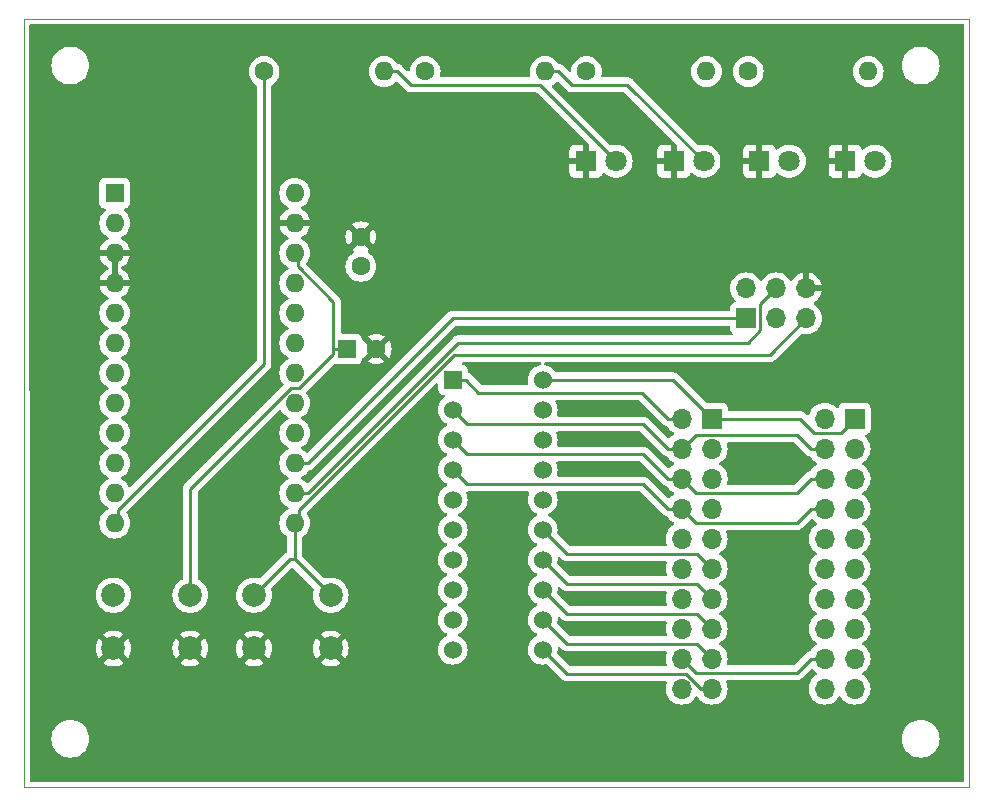
<source format=gbl>
%TF.GenerationSoftware,KiCad,Pcbnew,7.0.1-0*%
%TF.CreationDate,2023-03-27T18:44:23+09:00*%
%TF.ProjectId,ProgrammingShield V1.0,50726f67-7261-46d6-9d69-6e6753686965,rev?*%
%TF.SameCoordinates,Original*%
%TF.FileFunction,Copper,L2,Bot*%
%TF.FilePolarity,Positive*%
%FSLAX46Y46*%
G04 Gerber Fmt 4.6, Leading zero omitted, Abs format (unit mm)*
G04 Created by KiCad (PCBNEW 7.0.1-0) date 2023-03-27 18:44:23*
%MOMM*%
%LPD*%
G01*
G04 APERTURE LIST*
%TA.AperFunction,ComponentPad*%
%ADD10C,2.000000*%
%TD*%
%TA.AperFunction,ComponentPad*%
%ADD11R,1.700000X1.700000*%
%TD*%
%TA.AperFunction,ComponentPad*%
%ADD12O,1.700000X1.700000*%
%TD*%
%TA.AperFunction,ComponentPad*%
%ADD13R,1.800000X1.800000*%
%TD*%
%TA.AperFunction,ComponentPad*%
%ADD14C,1.800000*%
%TD*%
%TA.AperFunction,ComponentPad*%
%ADD15C,1.600000*%
%TD*%
%TA.AperFunction,ComponentPad*%
%ADD16O,1.600000X1.600000*%
%TD*%
%TA.AperFunction,ComponentPad*%
%ADD17R,1.600000X1.600000*%
%TD*%
%TA.AperFunction,ComponentPad*%
%ADD18C,1.524000*%
%TD*%
%TA.AperFunction,ComponentPad*%
%ADD19R,1.524000X1.524000*%
%TD*%
%TA.AperFunction,ViaPad*%
%ADD20C,0.800000*%
%TD*%
%TA.AperFunction,Conductor*%
%ADD21C,0.250000*%
%TD*%
%TA.AperFunction,Profile*%
%ADD22C,0.100000*%
%TD*%
G04 APERTURE END LIST*
D10*
%TO.P,SW2,2,A*%
%TO.N,GND*%
X129550000Y-118350000D03*
X136050000Y-118350000D03*
%TO.P,SW2,1,A*%
%TO.N,/RST*%
X129550000Y-113850000D03*
X136050000Y-113850000D03*
%TD*%
%TO.P,SW1,1,A*%
%TO.N,/Reset*%
X124150000Y-113850000D03*
X117650000Y-113850000D03*
%TO.P,SW1,2,A*%
%TO.N,GND*%
X124150000Y-118350000D03*
X117650000Y-118350000D03*
%TD*%
D11*
%TO.P,J1,1,Pin_1*%
%TO.N,/C20*%
X168300000Y-98900000D03*
D12*
%TO.P,J1,2,Pin_2*%
%TO.N,/C1*%
X165760000Y-98900000D03*
%TO.P,J1,3,Pin_3*%
%TO.N,/C19*%
X168300000Y-101440000D03*
%TO.P,J1,4,Pin_4*%
%TO.N,/C2*%
X165760000Y-101440000D03*
%TO.P,J1,5,Pin_5*%
%TO.N,/C18*%
X168300000Y-103980000D03*
%TO.P,J1,6,Pin_6*%
%TO.N,/C3*%
X165760000Y-103980000D03*
%TO.P,J1,7,Pin_7*%
%TO.N,/C17*%
X168300000Y-106520000D03*
%TO.P,J1,8,Pin_8*%
%TO.N,/C4*%
X165760000Y-106520000D03*
%TO.P,J1,9,Pin_9*%
%TO.N,/C16*%
X168300000Y-109060000D03*
%TO.P,J1,10,Pin_10*%
%TO.N,/C5*%
X165760000Y-109060000D03*
%TO.P,J1,11,Pin_11*%
%TO.N,/C15*%
X168300000Y-111600000D03*
%TO.P,J1,12,Pin_12*%
%TO.N,/C6*%
X165760000Y-111600000D03*
%TO.P,J1,13,Pin_13*%
%TO.N,/C14*%
X168300000Y-114140000D03*
%TO.P,J1,14,Pin_14*%
%TO.N,/C7*%
X165760000Y-114140000D03*
%TO.P,J1,15,Pin_15*%
%TO.N,/C13*%
X168300000Y-116680000D03*
%TO.P,J1,16,Pin_16*%
%TO.N,/C8*%
X165760000Y-116680000D03*
%TO.P,J1,17,Pin_17*%
%TO.N,/C12*%
X168300000Y-119220000D03*
%TO.P,J1,18,Pin_18*%
%TO.N,/C9*%
X165760000Y-119220000D03*
%TO.P,J1,19,Pin_19*%
%TO.N,/C11*%
X168300000Y-121760000D03*
%TO.P,J1,20,Pin_20*%
%TO.N,/C10*%
X165760000Y-121760000D03*
%TD*%
D13*
%TO.P,D1,1,K*%
%TO.N,GND*%
X157660000Y-77100000D03*
D14*
%TO.P,D1,2,A*%
%TO.N,Net-(D1-A)*%
X160200000Y-77100000D03*
%TD*%
D15*
%TO.P,C1,1*%
%TO.N,+5V*%
X138600000Y-86000000D03*
%TO.P,C1,2*%
%TO.N,GND*%
X138600000Y-83500000D03*
%TD*%
%TO.P,R3,1*%
%TO.N,/7*%
X157700000Y-69500000D03*
D16*
%TO.P,R3,2*%
%TO.N,Net-(D3-A)*%
X167860000Y-69500000D03*
%TD*%
D17*
%TO.P,C2,1*%
%TO.N,/Reset*%
X137400000Y-93000000D03*
D15*
%TO.P,C2,2*%
%TO.N,GND*%
X139900000Y-93000000D03*
%TD*%
D13*
%TO.P,D2,1,K*%
%TO.N,GND*%
X165100000Y-77100000D03*
D14*
%TO.P,D2,2,A*%
%TO.N,Net-(D2-A)*%
X167640000Y-77100000D03*
%TD*%
D15*
%TO.P,R1,1*%
%TO.N,/9*%
X130400000Y-69500000D03*
D16*
%TO.P,R1,2*%
%TO.N,Net-(D1-A)*%
X140560000Y-69500000D03*
%TD*%
D13*
%TO.P,D3,1,K*%
%TO.N,GND*%
X172340000Y-77100000D03*
D14*
%TO.P,D3,2,A*%
%TO.N,Net-(D3-A)*%
X174880000Y-77100000D03*
%TD*%
D11*
%TO.P,J2,1,Pin_1*%
%TO.N,/C20*%
X180400000Y-98900000D03*
D12*
%TO.P,J2,2,Pin_2*%
%TO.N,/C1*%
X177860000Y-98900000D03*
%TO.P,J2,3,Pin_3*%
%TO.N,/C19*%
X180400000Y-101440000D03*
%TO.P,J2,4,Pin_4*%
%TO.N,/C2*%
X177860000Y-101440000D03*
%TO.P,J2,5,Pin_5*%
%TO.N,/C18*%
X180400000Y-103980000D03*
%TO.P,J2,6,Pin_6*%
%TO.N,/C3*%
X177860000Y-103980000D03*
%TO.P,J2,7,Pin_7*%
%TO.N,/C17*%
X180400000Y-106520000D03*
%TO.P,J2,8,Pin_8*%
%TO.N,/C4*%
X177860000Y-106520000D03*
%TO.P,J2,9,Pin_9*%
%TO.N,/C16*%
X180400000Y-109060000D03*
%TO.P,J2,10,Pin_10*%
%TO.N,/C5*%
X177860000Y-109060000D03*
%TO.P,J2,11,Pin_11*%
%TO.N,/C15*%
X180400000Y-111600000D03*
%TO.P,J2,12,Pin_12*%
%TO.N,/C6*%
X177860000Y-111600000D03*
%TO.P,J2,13,Pin_13*%
%TO.N,/C14*%
X180400000Y-114140000D03*
%TO.P,J2,14,Pin_14*%
%TO.N,/C7*%
X177860000Y-114140000D03*
%TO.P,J2,15,Pin_15*%
%TO.N,/C13*%
X180400000Y-116680000D03*
%TO.P,J2,16,Pin_16*%
%TO.N,/C8*%
X177860000Y-116680000D03*
%TO.P,J2,17,Pin_17*%
%TO.N,/C12*%
X180400000Y-119220000D03*
%TO.P,J2,18,Pin_18*%
%TO.N,/C9*%
X177860000Y-119220000D03*
%TO.P,J2,19,Pin_19*%
%TO.N,/C11*%
X180400000Y-121760000D03*
%TO.P,J2,20,Pin_20*%
%TO.N,/C10*%
X177860000Y-121760000D03*
%TD*%
D15*
%TO.P,R2,1*%
%TO.N,/8*%
X144040000Y-69500000D03*
D16*
%TO.P,R2,2*%
%TO.N,Net-(D2-A)*%
X154200000Y-69500000D03*
%TD*%
D18*
%TO.P,U2,20,P20*%
%TO.N,/C20*%
X154000000Y-95600000D03*
%TO.P,U2,19,P19*%
%TO.N,/C19*%
X154000000Y-98140000D03*
%TO.P,U2,18,P18*%
%TO.N,/C18*%
X154000000Y-100680000D03*
%TO.P,U2,17,P17*%
%TO.N,/C17*%
X154000000Y-103220000D03*
%TO.P,U2,16,P16*%
%TO.N,/C16*%
X154000000Y-105760000D03*
%TO.P,U2,15,P15*%
%TO.N,/C15*%
X154000000Y-108300000D03*
%TO.P,U2,14,P14*%
%TO.N,/C14*%
X154000000Y-110840000D03*
%TO.P,U2,13,P13*%
%TO.N,/C13*%
X154000000Y-113380000D03*
%TO.P,U2,12,P12*%
%TO.N,/C12*%
X154000000Y-115920000D03*
%TO.P,U2,11,P11*%
%TO.N,/C11*%
X154000000Y-118460000D03*
%TO.P,U2,10,P10*%
%TO.N,/C10*%
X146380000Y-118460000D03*
%TO.P,U2,9,P9*%
%TO.N,/C9*%
X146380000Y-115920000D03*
%TO.P,U2,8,P8*%
%TO.N,/C8*%
X146380000Y-113380000D03*
%TO.P,U2,7,P7*%
%TO.N,/C7*%
X146380000Y-110840000D03*
%TO.P,U2,6,P6*%
%TO.N,/C6*%
X146380000Y-108300000D03*
%TO.P,U2,5,P5*%
%TO.N,/C5*%
X146380000Y-105760000D03*
%TO.P,U2,4,P4*%
%TO.N,/C4*%
X146380000Y-103220000D03*
%TO.P,U2,3,P3*%
%TO.N,/C3*%
X146380000Y-100680000D03*
%TO.P,U2,2,P2*%
%TO.N,/C2*%
X146380000Y-98140000D03*
D19*
%TO.P,U2,1,P1*%
%TO.N,/C1*%
X146380000Y-95600000D03*
%TD*%
D11*
%TO.P,J3,1,MISO*%
%TO.N,/MISO*%
X171220000Y-90400000D03*
D12*
%TO.P,J3,2,VCC*%
%TO.N,+5V*%
X171220000Y-87860000D03*
%TO.P,J3,3,SCK*%
%TO.N,/SCK*%
X173760000Y-90400000D03*
%TO.P,J3,4,MOSI*%
%TO.N,/MOSI*%
X173760000Y-87860000D03*
%TO.P,J3,5,~{RST}*%
%TO.N,/RST*%
X176300000Y-90400000D03*
%TO.P,J3,6,GND*%
%TO.N,GND*%
X176300000Y-87860000D03*
%TD*%
D13*
%TO.P,D4,1,K*%
%TO.N,GND*%
X179600000Y-77100000D03*
D14*
%TO.P,D4,2,A*%
%TO.N,Net-(D4-A)*%
X182140000Y-77100000D03*
%TD*%
D15*
%TO.P,R4,1*%
%TO.N,/3*%
X171400000Y-69500000D03*
D16*
%TO.P,R4,2*%
%TO.N,Net-(D4-A)*%
X181560000Y-69500000D03*
%TD*%
D17*
%TO.P,U1,1,D1/TX*%
%TO.N,unconnected-(U1-D1{slash}TX-Pad1)*%
X117760000Y-79800000D03*
D16*
%TO.P,U1,2,D0/RX*%
%TO.N,unconnected-(U1-D0{slash}RX-Pad2)*%
X117760000Y-82340000D03*
%TO.P,U1,3,GND*%
%TO.N,GND*%
X117760000Y-84880000D03*
%TO.P,U1,4,GND*%
X117760000Y-87420000D03*
%TO.P,U1,5,D2*%
%TO.N,unconnected-(U1-D2-Pad5)*%
X117760000Y-89960000D03*
%TO.P,U1,6,~D3*%
%TO.N,/3*%
X117760000Y-92500000D03*
%TO.P,U1,7,D4/A6*%
%TO.N,unconnected-(U1-D4{slash}A6-Pad7)*%
X117760000Y-95040000D03*
%TO.P,U1,8,~D5*%
%TO.N,unconnected-(U1-~D5-Pad8)*%
X117760000Y-97580000D03*
%TO.P,U1,9,~D6/A7*%
%TO.N,unconnected-(U1-~D6{slash}A7-Pad9)*%
X117760000Y-100120000D03*
%TO.P,U1,10,D7*%
%TO.N,/7*%
X117760000Y-102660000D03*
%TO.P,U1,11,D8/A8*%
%TO.N,/8*%
X117760000Y-105200000D03*
%TO.P,U1,12,~D9/A9*%
%TO.N,/9*%
X117760000Y-107740000D03*
%TO.P,U1,13,~D10/A10*%
%TO.N,/RST*%
X133000000Y-107740000D03*
%TO.P,U1,14,D16*%
%TO.N,/MOSI*%
X133000000Y-105200000D03*
%TO.P,U1,15,D14*%
%TO.N,/MISO*%
X133000000Y-102660000D03*
%TO.P,U1,16,D15*%
%TO.N,/SCK*%
X133000000Y-100120000D03*
%TO.P,U1,17,D18/A0*%
%TO.N,unconnected-(U1-D18{slash}A0-Pad17)*%
X133000000Y-97580000D03*
%TO.P,U1,18,D19/A1*%
%TO.N,unconnected-(U1-D19{slash}A1-Pad18)*%
X133000000Y-95040000D03*
%TO.P,U1,19,D20/A2*%
%TO.N,unconnected-(U1-D20{slash}A2-Pad19)*%
X133000000Y-92500000D03*
%TO.P,U1,20,D21/A3*%
%TO.N,unconnected-(U1-D21{slash}A3-Pad20)*%
X133000000Y-89960000D03*
%TO.P,U1,21,VCC*%
%TO.N,+5V*%
X133000000Y-87420000D03*
%TO.P,U1,22,RST*%
%TO.N,/Reset*%
X133000000Y-84880000D03*
%TO.P,U1,23,GND*%
%TO.N,GND*%
X133000000Y-82340000D03*
%TO.P,U1,24,RAW*%
%TO.N,unconnected-(U1-RAW-Pad24)*%
X133000000Y-79800000D03*
%TD*%
D20*
%TO.N,GND*%
X138600000Y-75200000D03*
X138700000Y-107600000D03*
X176900000Y-72600000D03*
X152200000Y-81900000D03*
X161600000Y-126000000D03*
X186200000Y-109900000D03*
X186200000Y-81800000D03*
X186200000Y-94900000D03*
X145190000Y-126780000D03*
X124700000Y-69100000D03*
X114050000Y-109930000D03*
X128100000Y-123500000D03*
X114000000Y-95100000D03*
X114070000Y-82020000D03*
%TD*%
D21*
%TO.N,/RST*%
X133000000Y-110800000D02*
X132600000Y-110800000D01*
X132600000Y-110800000D02*
X129550000Y-113850000D01*
X133000000Y-107740000D02*
X133000000Y-110800000D01*
X133000000Y-110800000D02*
X136050000Y-113850000D01*
%TO.N,/Reset*%
X133281300Y-86005100D02*
X133281300Y-85161300D01*
X133281300Y-85161300D02*
X133000000Y-84880000D01*
%TO.N,/9*%
X118041300Y-106614900D02*
X118041300Y-107458700D01*
X118041300Y-107458700D02*
X117760000Y-107740000D01*
%TO.N,/RST*%
X133351200Y-106614900D02*
X133351200Y-107388800D01*
X133351200Y-107388800D02*
X133000000Y-107740000D01*
%TO.N,/C15*%
X154000000Y-108300000D02*
X156030000Y-110330000D01*
X156030000Y-110330000D02*
X167030000Y-110330000D01*
X167030000Y-110330000D02*
X168300000Y-111600000D01*
%TO.N,/C14*%
X154000000Y-110840000D02*
X156030000Y-112870000D01*
X156030000Y-112870000D02*
X167030000Y-112870000D01*
X167030000Y-112870000D02*
X168300000Y-114140000D01*
%TO.N,/C13*%
X154000000Y-113380000D02*
X156030000Y-115410000D01*
X156030000Y-115410000D02*
X167030000Y-115410000D01*
X167030000Y-115410000D02*
X168300000Y-116680000D01*
%TO.N,/C12*%
X154000000Y-115920000D02*
X156030000Y-117950000D01*
X156030000Y-117950000D02*
X167030000Y-117950000D01*
X167030000Y-117950000D02*
X168300000Y-119220000D01*
%TO.N,/C11*%
X166168200Y-120490000D02*
X167438200Y-121760000D01*
X167438200Y-121760000D02*
X168300000Y-121760000D01*
%TO.N,/C4*%
X177860000Y-106520000D02*
X176684900Y-106520000D01*
X166950600Y-107710600D02*
X165760000Y-106520000D01*
X176684900Y-106520000D02*
X175494300Y-107710600D01*
X175494300Y-107710600D02*
X166950600Y-107710600D01*
%TO.N,/C3*%
X177860000Y-103980000D02*
X176684900Y-103980000D01*
X176684900Y-103980000D02*
X175494300Y-105170600D01*
X175494300Y-105170600D02*
X166950600Y-105170600D01*
X166950600Y-105170600D02*
X165760000Y-103980000D01*
%TO.N,/C2*%
X177860000Y-101440000D02*
X176684900Y-101440000D01*
X176684900Y-101440000D02*
X175490700Y-100245800D01*
X175490700Y-100245800D02*
X166954200Y-100245800D01*
X166954200Y-100245800D02*
X165760000Y-101440000D01*
%TO.N,/C20*%
X154000000Y-95600000D02*
X165000000Y-95600000D01*
X165000000Y-95600000D02*
X168300000Y-98900000D01*
%TO.N,/MOSI*%
X133000000Y-105200000D02*
X134125100Y-105200000D01*
X146865400Y-92459700D02*
X171345000Y-92459700D01*
X171345000Y-92459700D02*
X172395200Y-91409500D01*
X172395200Y-89224800D02*
X173760000Y-87860000D01*
X172395200Y-91409500D02*
X172395200Y-89224800D01*
X134125100Y-105200000D02*
X146865400Y-92459700D01*
%TO.N,/RST*%
X133351200Y-106614900D02*
X146486700Y-93479400D01*
X146486700Y-93479400D02*
X173220600Y-93479400D01*
X173220600Y-93479400D02*
X176300000Y-90400000D01*
%TO.N,/C20*%
X168300000Y-98900000D02*
X175789200Y-98900000D01*
X176965600Y-100076400D02*
X179223600Y-100076400D01*
X179223600Y-100076400D02*
X180400000Y-98900000D01*
X175789200Y-98900000D02*
X176965600Y-100076400D01*
%TO.N,/9*%
X130400000Y-94256200D02*
X130400000Y-69500000D01*
X118041300Y-106614900D02*
X130400000Y-94256200D01*
%TO.N,/MISO*%
X146385100Y-90400000D02*
X171220000Y-90400000D01*
X134125100Y-102660000D02*
X146385100Y-90400000D01*
X133000000Y-102660000D02*
X134125100Y-102660000D01*
%TO.N,/C11*%
X156030000Y-120490000D02*
X166168200Y-120490000D01*
X154000000Y-118460000D02*
X156030000Y-120490000D01*
%TO.N,/C9*%
X175494300Y-120410600D02*
X176684900Y-119220000D01*
X166950600Y-120410600D02*
X175494300Y-120410600D01*
X165760000Y-119220000D02*
X166950600Y-120410600D01*
X177860000Y-119220000D02*
X176684900Y-119220000D01*
%TO.N,/C4*%
X162495100Y-104430200D02*
X164584900Y-106520000D01*
X147590200Y-104430200D02*
X162495100Y-104430200D01*
X146380000Y-103220000D02*
X147590200Y-104430200D01*
X165760000Y-106520000D02*
X164584900Y-106520000D01*
%TO.N,/C3*%
X162495100Y-101890200D02*
X164584900Y-103980000D01*
X147590200Y-101890200D02*
X162495100Y-101890200D01*
X146380000Y-100680000D02*
X147590200Y-101890200D01*
X165760000Y-103980000D02*
X164584900Y-103980000D01*
%TO.N,/C2*%
X162495100Y-99350200D02*
X164584900Y-101440000D01*
X147590200Y-99350200D02*
X162495100Y-99350200D01*
X146380000Y-98140000D02*
X147590200Y-99350200D01*
X165760000Y-101440000D02*
X164584900Y-101440000D01*
%TO.N,/C1*%
X162372000Y-96687100D02*
X164584900Y-98900000D01*
X148554200Y-96687100D02*
X162372000Y-96687100D01*
X147467100Y-95600000D02*
X148554200Y-96687100D01*
X146380000Y-95600000D02*
X147467100Y-95600000D01*
X165760000Y-98900000D02*
X164584900Y-98900000D01*
%TO.N,Net-(D2-A)*%
X161165100Y-70625100D02*
X167640000Y-77100000D01*
X156450200Y-70625100D02*
X161165100Y-70625100D01*
X155325100Y-69500000D02*
X156450200Y-70625100D01*
X154200000Y-69500000D02*
X155325100Y-69500000D01*
%TO.N,Net-(D1-A)*%
X153725100Y-70625100D02*
X160200000Y-77100000D01*
X142810200Y-70625100D02*
X153725100Y-70625100D01*
X141685100Y-69500000D02*
X142810200Y-70625100D01*
X140560000Y-69500000D02*
X141685100Y-69500000D01*
%TO.N,/Reset*%
X124150000Y-104833200D02*
X124150000Y-113850000D01*
X132673200Y-96310000D02*
X124150000Y-104833200D01*
X133386800Y-96310000D02*
X132673200Y-96310000D01*
X136274900Y-93421900D02*
X133386800Y-96310000D01*
X136274900Y-93000000D02*
X136274900Y-93421900D01*
X137400000Y-93000000D02*
X136274900Y-93000000D01*
X136274900Y-88998700D02*
X136274900Y-93000000D01*
X133281300Y-86005100D02*
X136274900Y-88998700D01*
%TD*%
%TA.AperFunction,Conductor*%
%TO.N,GND*%
G36*
X155419590Y-118244706D02*
G01*
X155471017Y-118275607D01*
X155529197Y-118333787D01*
X155542098Y-118349889D01*
X155544212Y-118351874D01*
X155544214Y-118351877D01*
X155567874Y-118374095D01*
X155593240Y-118397916D01*
X155596035Y-118400625D01*
X155615530Y-118420120D01*
X155618704Y-118422582D01*
X155627568Y-118430153D01*
X155659418Y-118460062D01*
X155669914Y-118465832D01*
X155676974Y-118469714D01*
X155693231Y-118480392D01*
X155709064Y-118492674D01*
X155725185Y-118499649D01*
X155749156Y-118510023D01*
X155759643Y-118515160D01*
X155797908Y-118536197D01*
X155817316Y-118541180D01*
X155835710Y-118547478D01*
X155854105Y-118555438D01*
X155897254Y-118562271D01*
X155908680Y-118564638D01*
X155924222Y-118568629D01*
X155950980Y-118575500D01*
X155950981Y-118575500D01*
X155971016Y-118575500D01*
X155990413Y-118577026D01*
X156010196Y-118580160D01*
X156053674Y-118576050D01*
X156065344Y-118575500D01*
X164375782Y-118575500D01*
X164435425Y-118590786D01*
X164480363Y-118632875D01*
X164499517Y-118691391D01*
X164488164Y-118751905D01*
X164486097Y-118756337D01*
X164424936Y-118984592D01*
X164404340Y-119220000D01*
X164424936Y-119455407D01*
X164452301Y-119557533D01*
X164486097Y-119683663D01*
X164488164Y-119688095D01*
X164499517Y-119748609D01*
X164480363Y-119807125D01*
X164435425Y-119849214D01*
X164375782Y-119864500D01*
X156340452Y-119864500D01*
X156292999Y-119855061D01*
X156252771Y-119828181D01*
X155268386Y-118843795D01*
X155236292Y-118788206D01*
X155236293Y-118724018D01*
X155236880Y-118721830D01*
X155248070Y-118680068D01*
X155267323Y-118460000D01*
X155264712Y-118430158D01*
X155259808Y-118374095D01*
X155269193Y-118314837D01*
X155305300Y-118266922D01*
X155359676Y-118241566D01*
X155419590Y-118244706D01*
G37*
%TD.AperFunction*%
%TA.AperFunction,Conductor*%
G36*
X155419590Y-113164706D02*
G01*
X155471017Y-113195607D01*
X155529197Y-113253787D01*
X155542098Y-113269889D01*
X155544212Y-113271874D01*
X155544214Y-113271877D01*
X155567874Y-113294095D01*
X155593240Y-113317916D01*
X155596036Y-113320626D01*
X155615530Y-113340120D01*
X155618704Y-113342582D01*
X155627568Y-113350153D01*
X155659418Y-113380062D01*
X155669914Y-113385832D01*
X155676974Y-113389714D01*
X155693231Y-113400392D01*
X155709064Y-113412674D01*
X155725185Y-113419649D01*
X155749156Y-113430023D01*
X155759643Y-113435160D01*
X155797908Y-113456197D01*
X155817316Y-113461180D01*
X155835710Y-113467478D01*
X155854105Y-113475438D01*
X155897254Y-113482271D01*
X155908680Y-113484638D01*
X155924222Y-113488629D01*
X155950980Y-113495500D01*
X155950981Y-113495500D01*
X155971016Y-113495500D01*
X155990413Y-113497026D01*
X156010196Y-113500160D01*
X156053674Y-113496050D01*
X156065344Y-113495500D01*
X164375782Y-113495500D01*
X164435425Y-113510786D01*
X164480363Y-113552875D01*
X164499517Y-113611391D01*
X164488164Y-113671905D01*
X164486097Y-113676337D01*
X164424936Y-113904592D01*
X164404340Y-114139999D01*
X164424936Y-114375407D01*
X164486097Y-114603662D01*
X164488164Y-114608095D01*
X164499517Y-114668609D01*
X164480363Y-114727125D01*
X164435425Y-114769214D01*
X164375782Y-114784500D01*
X156340452Y-114784500D01*
X156292999Y-114775061D01*
X156252771Y-114748181D01*
X155268386Y-113763795D01*
X155236292Y-113708206D01*
X155236293Y-113644018D01*
X155247504Y-113602182D01*
X155248070Y-113600068D01*
X155267323Y-113380000D01*
X155264712Y-113350158D01*
X155259808Y-113294095D01*
X155269193Y-113234837D01*
X155305300Y-113186922D01*
X155359676Y-113161566D01*
X155419590Y-113164706D01*
G37*
%TD.AperFunction*%
%TA.AperFunction,Conductor*%
G36*
X162232101Y-105065139D02*
G01*
X162272329Y-105092019D01*
X164084097Y-106903787D01*
X164096998Y-106919889D01*
X164099112Y-106921874D01*
X164099114Y-106921877D01*
X164106707Y-106929007D01*
X164148140Y-106967916D01*
X164150935Y-106970625D01*
X164170430Y-106990120D01*
X164173604Y-106992582D01*
X164182468Y-107000153D01*
X164214318Y-107030062D01*
X164219075Y-107032677D01*
X164231874Y-107039714D01*
X164248131Y-107050392D01*
X164263964Y-107062674D01*
X164280085Y-107069649D01*
X164304056Y-107080023D01*
X164314543Y-107085160D01*
X164352808Y-107106197D01*
X164372216Y-107111180D01*
X164390610Y-107117478D01*
X164409005Y-107125438D01*
X164452154Y-107132271D01*
X164463565Y-107134634D01*
X164505881Y-107145500D01*
X164505884Y-107145500D01*
X164514420Y-107147692D01*
X164554172Y-107165851D01*
X164585155Y-107196672D01*
X164585963Y-107197826D01*
X164585965Y-107197830D01*
X164721505Y-107391401D01*
X164888599Y-107558495D01*
X165074160Y-107688426D01*
X165113024Y-107732743D01*
X165127035Y-107790000D01*
X165113024Y-107847257D01*
X165074158Y-107891575D01*
X164966881Y-107966692D01*
X164888595Y-108021508D01*
X164721505Y-108188598D01*
X164585965Y-108382170D01*
X164486097Y-108596336D01*
X164424936Y-108824592D01*
X164404340Y-109059999D01*
X164424936Y-109295407D01*
X164469709Y-109462501D01*
X164480660Y-109503373D01*
X164486097Y-109523662D01*
X164488164Y-109528095D01*
X164499517Y-109588609D01*
X164480363Y-109647125D01*
X164435425Y-109689214D01*
X164375782Y-109704500D01*
X156340452Y-109704500D01*
X156292999Y-109695061D01*
X156252771Y-109668181D01*
X155268386Y-108683795D01*
X155236292Y-108628206D01*
X155236293Y-108564018D01*
X155248070Y-108520067D01*
X155264158Y-108336171D01*
X155267323Y-108300000D01*
X155248070Y-108079932D01*
X155190894Y-107866550D01*
X155097534Y-107666339D01*
X154970826Y-107485380D01*
X154814620Y-107329174D01*
X154633662Y-107202466D01*
X154504811Y-107142382D01*
X154452635Y-107096625D01*
X154433216Y-107030000D01*
X154452635Y-106963375D01*
X154504811Y-106917618D01*
X154513715Y-106913466D01*
X154633662Y-106857534D01*
X154814620Y-106730826D01*
X154970826Y-106574620D01*
X155097534Y-106393662D01*
X155190894Y-106193450D01*
X155248070Y-105980068D01*
X155267323Y-105760000D01*
X155248070Y-105539932D01*
X155190894Y-105326550D01*
X155181897Y-105307255D01*
X155146854Y-105232105D01*
X155135502Y-105171590D01*
X155154656Y-105113075D01*
X155199593Y-105070986D01*
X155259236Y-105055700D01*
X162184648Y-105055700D01*
X162232101Y-105065139D01*
G37*
%TD.AperFunction*%
%TA.AperFunction,Conductor*%
G36*
X175227701Y-100880739D02*
G01*
X175267928Y-100907618D01*
X175726094Y-101365785D01*
X176184096Y-101823787D01*
X176196996Y-101839888D01*
X176248123Y-101887900D01*
X176250920Y-101890611D01*
X176270429Y-101910120D01*
X176273611Y-101912588D01*
X176282471Y-101920155D01*
X176314318Y-101950062D01*
X176319075Y-101952677D01*
X176331872Y-101959712D01*
X176348136Y-101970396D01*
X176350114Y-101971930D01*
X176363964Y-101982673D01*
X176388809Y-101993424D01*
X176404052Y-102000021D01*
X176414531Y-102005154D01*
X176452808Y-102026197D01*
X176472206Y-102031177D01*
X176490608Y-102037477D01*
X176509004Y-102045438D01*
X176552161Y-102052273D01*
X176563564Y-102054634D01*
X176605881Y-102065500D01*
X176605882Y-102065500D01*
X176614419Y-102067692D01*
X176654171Y-102085851D01*
X176685155Y-102116672D01*
X176685963Y-102117826D01*
X176685965Y-102117830D01*
X176821505Y-102311401D01*
X176988599Y-102478495D01*
X177174160Y-102608426D01*
X177213024Y-102652743D01*
X177227035Y-102710000D01*
X177213024Y-102767257D01*
X177174160Y-102811574D01*
X177066881Y-102886692D01*
X176988595Y-102941508D01*
X176821508Y-103108595D01*
X176821505Y-103108598D01*
X176821505Y-103108599D01*
X176698504Y-103284264D01*
X176684361Y-103304462D01*
X176641764Y-103342414D01*
X176586682Y-103357277D01*
X176586272Y-103357289D01*
X176567028Y-103362880D01*
X176547984Y-103366824D01*
X176528108Y-103369335D01*
X176487500Y-103385413D01*
X176476454Y-103389194D01*
X176434510Y-103401382D01*
X176434507Y-103401383D01*
X176417265Y-103411579D01*
X176399804Y-103420133D01*
X176381167Y-103427512D01*
X176345831Y-103453185D01*
X176336074Y-103459595D01*
X176298480Y-103481829D01*
X176284313Y-103495996D01*
X176269524Y-103508626D01*
X176253313Y-103520404D01*
X176225472Y-103554058D01*
X176217611Y-103562697D01*
X175271528Y-104508781D01*
X175231300Y-104535661D01*
X175183847Y-104545100D01*
X169708323Y-104545100D01*
X169653479Y-104532312D01*
X169609947Y-104496586D01*
X169586706Y-104445291D01*
X169588548Y-104389007D01*
X169635063Y-104215407D01*
X169647834Y-104069432D01*
X169655659Y-103980000D01*
X169651284Y-103930000D01*
X169635063Y-103744592D01*
X169624425Y-103704891D01*
X169573903Y-103516337D01*
X169474035Y-103302171D01*
X169338495Y-103108599D01*
X169171401Y-102941505D01*
X168985839Y-102811573D01*
X168946974Y-102767255D01*
X168932964Y-102709999D01*
X168946975Y-102652742D01*
X168985837Y-102608428D01*
X169171401Y-102478495D01*
X169338495Y-102311401D01*
X169474035Y-102117830D01*
X169573903Y-101903663D01*
X169635063Y-101675408D01*
X169655659Y-101440000D01*
X169635063Y-101204592D01*
X169587582Y-101027391D01*
X169585741Y-100971109D01*
X169608982Y-100919814D01*
X169652514Y-100884088D01*
X169707358Y-100871300D01*
X175180248Y-100871300D01*
X175227701Y-100880739D01*
G37*
%TD.AperFunction*%
%TA.AperFunction,Conductor*%
G36*
X162232101Y-99985139D02*
G01*
X162272329Y-100012019D01*
X164084097Y-101823787D01*
X164096998Y-101839889D01*
X164099112Y-101841874D01*
X164099114Y-101841877D01*
X164126590Y-101867679D01*
X164148140Y-101887916D01*
X164150921Y-101890611D01*
X164170430Y-101910120D01*
X164173604Y-101912582D01*
X164182468Y-101920153D01*
X164214318Y-101950062D01*
X164219075Y-101952677D01*
X164231874Y-101959714D01*
X164248131Y-101970392D01*
X164263964Y-101982674D01*
X164280085Y-101989649D01*
X164304056Y-102000023D01*
X164314543Y-102005160D01*
X164352808Y-102026197D01*
X164372216Y-102031180D01*
X164390610Y-102037478D01*
X164409005Y-102045438D01*
X164452154Y-102052271D01*
X164463565Y-102054634D01*
X164505881Y-102065500D01*
X164505884Y-102065500D01*
X164514420Y-102067692D01*
X164554172Y-102085851D01*
X164585155Y-102116672D01*
X164585963Y-102117826D01*
X164585965Y-102117830D01*
X164721505Y-102311401D01*
X164888599Y-102478495D01*
X165074160Y-102608426D01*
X165113024Y-102652743D01*
X165127035Y-102710000D01*
X165113024Y-102767257D01*
X165074159Y-102811575D01*
X164888599Y-102941505D01*
X164747478Y-103082626D01*
X164691890Y-103114719D01*
X164627703Y-103114719D01*
X164572116Y-103082625D01*
X162995902Y-101506411D01*
X162983006Y-101490313D01*
X162931875Y-101442298D01*
X162929078Y-101439587D01*
X162909570Y-101420079D01*
X162906390Y-101417612D01*
X162897524Y-101410039D01*
X162865682Y-101380138D01*
X162848124Y-101370485D01*
X162831864Y-101359804D01*
X162816036Y-101347527D01*
X162775951Y-101330180D01*
X162765461Y-101325041D01*
X162727191Y-101304002D01*
X162707791Y-101299021D01*
X162689384Y-101292719D01*
X162670997Y-101284762D01*
X162627858Y-101277929D01*
X162616424Y-101275561D01*
X162574119Y-101264700D01*
X162554084Y-101264700D01*
X162534686Y-101263173D01*
X162527262Y-101261997D01*
X162514905Y-101260040D01*
X162514904Y-101260040D01*
X162481851Y-101263164D01*
X162471425Y-101264150D01*
X162459756Y-101264700D01*
X155311967Y-101264700D01*
X155257123Y-101251912D01*
X155213591Y-101216186D01*
X155190350Y-101164891D01*
X155192192Y-101108606D01*
X155213953Y-101027394D01*
X155248070Y-100900068D01*
X155267323Y-100680000D01*
X155248070Y-100459932D01*
X155190894Y-100246550D01*
X155190893Y-100246547D01*
X155146854Y-100152105D01*
X155135502Y-100091590D01*
X155154656Y-100033075D01*
X155199593Y-99990986D01*
X155259236Y-99975700D01*
X162184648Y-99975700D01*
X162232101Y-99985139D01*
G37*
%TD.AperFunction*%
%TA.AperFunction,Conductor*%
G36*
X153823858Y-94120622D02*
G01*
X153868964Y-94163803D01*
X153887308Y-94223491D01*
X153874237Y-94284551D01*
X153833065Y-94331498D01*
X153789811Y-94346885D01*
X153790411Y-94349122D01*
X153566548Y-94409106D01*
X153366338Y-94502466D01*
X153185379Y-94629174D01*
X153029174Y-94785379D01*
X152902466Y-94966338D01*
X152809106Y-95166548D01*
X152751929Y-95379934D01*
X152732676Y-95600000D01*
X152751929Y-95820065D01*
X152774823Y-95905506D01*
X152776665Y-95961791D01*
X152753424Y-96013086D01*
X152709892Y-96048812D01*
X152655048Y-96061600D01*
X148864652Y-96061600D01*
X148817199Y-96052161D01*
X148776971Y-96025281D01*
X147967902Y-95216211D01*
X147955006Y-95200113D01*
X147903875Y-95152098D01*
X147901078Y-95149387D01*
X147881570Y-95129879D01*
X147878390Y-95127412D01*
X147869524Y-95119839D01*
X147837682Y-95089938D01*
X147820124Y-95080285D01*
X147803864Y-95069604D01*
X147788036Y-95057327D01*
X147747951Y-95039980D01*
X147737467Y-95034844D01*
X147706761Y-95017964D01*
X147659767Y-94972423D01*
X147642499Y-94909302D01*
X147642499Y-94790130D01*
X147642499Y-94790128D01*
X147636091Y-94730517D01*
X147585796Y-94595669D01*
X147499546Y-94480454D01*
X147384331Y-94394204D01*
X147252628Y-94345082D01*
X147197766Y-94304620D01*
X147172581Y-94241274D01*
X147184685Y-94174189D01*
X147230419Y-94123638D01*
X147295962Y-94104900D01*
X153763426Y-94104900D01*
X153823858Y-94120622D01*
G37*
%TD.AperFunction*%
%TA.AperFunction,Conductor*%
G36*
X189637999Y-65516613D02*
G01*
X189683387Y-65562001D01*
X189699998Y-65623999D01*
X189699695Y-94994562D01*
X189699338Y-129576001D01*
X189682725Y-129638001D01*
X189637338Y-129683387D01*
X189575338Y-129700000D01*
X110723807Y-129700000D01*
X110661863Y-129683419D01*
X110616484Y-129638111D01*
X110599807Y-129576193D01*
X110596005Y-127135223D01*
X110594237Y-126000000D01*
X112394551Y-126000000D01*
X112414317Y-126251149D01*
X112473126Y-126496110D01*
X112521330Y-126612485D01*
X112569534Y-126728859D01*
X112701164Y-126943659D01*
X112864776Y-127135224D01*
X113056341Y-127298836D01*
X113271141Y-127430466D01*
X113503889Y-127526873D01*
X113748852Y-127585683D01*
X113937118Y-127600500D01*
X114062879Y-127600500D01*
X114062882Y-127600500D01*
X114251148Y-127585683D01*
X114496111Y-127526873D01*
X114728859Y-127430466D01*
X114943659Y-127298836D01*
X115135224Y-127135224D01*
X115298836Y-126943659D01*
X115430466Y-126728859D01*
X115526873Y-126496111D01*
X115585683Y-126251148D01*
X115605449Y-126000000D01*
X184394551Y-126000000D01*
X184414317Y-126251149D01*
X184473126Y-126496110D01*
X184521330Y-126612485D01*
X184569534Y-126728859D01*
X184701164Y-126943659D01*
X184864776Y-127135224D01*
X185056341Y-127298836D01*
X185271141Y-127430466D01*
X185503889Y-127526873D01*
X185748852Y-127585683D01*
X185937118Y-127600500D01*
X186062879Y-127600500D01*
X186062882Y-127600500D01*
X186251148Y-127585683D01*
X186496111Y-127526873D01*
X186728859Y-127430466D01*
X186943659Y-127298836D01*
X187135224Y-127135224D01*
X187298836Y-126943659D01*
X187430466Y-126728859D01*
X187526873Y-126496111D01*
X187585683Y-126251148D01*
X187605449Y-126000000D01*
X187585683Y-125748852D01*
X187526873Y-125503889D01*
X187430466Y-125271141D01*
X187298836Y-125056341D01*
X187135224Y-124864776D01*
X186943659Y-124701164D01*
X186728859Y-124569534D01*
X186612485Y-124521330D01*
X186496110Y-124473126D01*
X186251149Y-124414317D01*
X186204081Y-124410612D01*
X186062882Y-124399500D01*
X185937118Y-124399500D01*
X185824158Y-124408390D01*
X185748850Y-124414317D01*
X185503889Y-124473126D01*
X185271139Y-124569535D01*
X185056342Y-124701163D01*
X184864776Y-124864776D01*
X184701163Y-125056342D01*
X184569535Y-125271139D01*
X184473126Y-125503889D01*
X184414317Y-125748850D01*
X184394551Y-126000000D01*
X115605449Y-126000000D01*
X115585683Y-125748852D01*
X115526873Y-125503889D01*
X115430466Y-125271141D01*
X115298836Y-125056341D01*
X115135224Y-124864776D01*
X114943659Y-124701164D01*
X114728859Y-124569534D01*
X114612485Y-124521330D01*
X114496110Y-124473126D01*
X114251149Y-124414317D01*
X114204081Y-124410612D01*
X114062882Y-124399500D01*
X113937118Y-124399500D01*
X113824158Y-124408390D01*
X113748850Y-124414317D01*
X113503889Y-124473126D01*
X113271139Y-124569535D01*
X113056342Y-124701163D01*
X112864776Y-124864776D01*
X112701163Y-125056342D01*
X112569535Y-125271139D01*
X112473126Y-125503889D01*
X112414317Y-125748850D01*
X112394551Y-126000000D01*
X110594237Y-126000000D01*
X110584227Y-119573610D01*
X116779942Y-119573610D01*
X116826766Y-119610055D01*
X117045393Y-119728368D01*
X117280506Y-119809083D01*
X117525707Y-119850000D01*
X117774293Y-119850000D01*
X118019493Y-119809083D01*
X118254606Y-119728368D01*
X118473233Y-119610053D01*
X118520055Y-119573610D01*
X123279942Y-119573610D01*
X123326766Y-119610055D01*
X123545393Y-119728368D01*
X123780506Y-119809083D01*
X124025707Y-119850000D01*
X124274293Y-119850000D01*
X124519493Y-119809083D01*
X124754606Y-119728368D01*
X124973233Y-119610053D01*
X125020055Y-119573610D01*
X128679942Y-119573610D01*
X128726766Y-119610055D01*
X128945393Y-119728368D01*
X129180506Y-119809083D01*
X129425707Y-119850000D01*
X129674293Y-119850000D01*
X129919493Y-119809083D01*
X130154606Y-119728368D01*
X130373233Y-119610053D01*
X130420055Y-119573610D01*
X135179942Y-119573610D01*
X135226766Y-119610055D01*
X135445393Y-119728368D01*
X135680506Y-119809083D01*
X135925707Y-119850000D01*
X136174293Y-119850000D01*
X136419493Y-119809083D01*
X136654606Y-119728368D01*
X136873233Y-119610053D01*
X136920056Y-119573609D01*
X136050000Y-118703553D01*
X135179942Y-119573609D01*
X135179942Y-119573610D01*
X130420055Y-119573610D01*
X130420056Y-119573609D01*
X129550000Y-118703553D01*
X128679942Y-119573609D01*
X128679942Y-119573610D01*
X125020055Y-119573610D01*
X125020056Y-119573609D01*
X124150000Y-118703553D01*
X123279942Y-119573609D01*
X123279942Y-119573610D01*
X118520055Y-119573610D01*
X118520056Y-119573609D01*
X117650000Y-118703553D01*
X116779942Y-119573609D01*
X116779942Y-119573610D01*
X110584227Y-119573610D01*
X110582321Y-118350000D01*
X116144858Y-118350000D01*
X116165386Y-118597732D01*
X116226413Y-118838721D01*
X116326268Y-119066370D01*
X116426563Y-119219882D01*
X116426564Y-119219882D01*
X117296447Y-118350001D01*
X118003553Y-118350001D01*
X118873434Y-119219882D01*
X118973730Y-119066369D01*
X119073586Y-118838721D01*
X119134613Y-118597732D01*
X119155141Y-118350000D01*
X122644858Y-118350000D01*
X122665386Y-118597732D01*
X122726413Y-118838721D01*
X122826268Y-119066370D01*
X122926563Y-119219882D01*
X122926564Y-119219882D01*
X123796447Y-118350001D01*
X124503553Y-118350001D01*
X125373434Y-119219882D01*
X125473730Y-119066369D01*
X125573586Y-118838721D01*
X125634613Y-118597732D01*
X125655141Y-118350000D01*
X128044858Y-118350000D01*
X128065386Y-118597732D01*
X128126413Y-118838721D01*
X128226268Y-119066370D01*
X128326563Y-119219882D01*
X128326564Y-119219882D01*
X129196447Y-118350001D01*
X129903553Y-118350001D01*
X130773434Y-119219882D01*
X130873730Y-119066369D01*
X130973586Y-118838721D01*
X131034613Y-118597732D01*
X131055141Y-118350000D01*
X134544858Y-118350000D01*
X134565386Y-118597732D01*
X134626413Y-118838721D01*
X134726268Y-119066370D01*
X134826563Y-119219882D01*
X134826564Y-119219882D01*
X135696447Y-118350001D01*
X136403553Y-118350001D01*
X137273434Y-119219882D01*
X137373730Y-119066369D01*
X137473586Y-118838721D01*
X137534613Y-118597732D01*
X137555141Y-118350000D01*
X137534613Y-118102267D01*
X137473586Y-117861278D01*
X137373730Y-117633630D01*
X137273434Y-117480116D01*
X136403553Y-118350000D01*
X136403553Y-118350001D01*
X135696447Y-118350001D01*
X135696447Y-118350000D01*
X134826564Y-117480116D01*
X134726266Y-117633634D01*
X134626413Y-117861278D01*
X134565386Y-118102267D01*
X134544858Y-118350000D01*
X131055141Y-118350000D01*
X131034613Y-118102267D01*
X130973586Y-117861278D01*
X130873730Y-117633630D01*
X130773434Y-117480116D01*
X129903553Y-118350000D01*
X129903553Y-118350001D01*
X129196447Y-118350001D01*
X129196447Y-118350000D01*
X128326564Y-117480116D01*
X128226266Y-117633634D01*
X128126413Y-117861278D01*
X128065386Y-118102267D01*
X128044858Y-118350000D01*
X125655141Y-118350000D01*
X125634613Y-118102267D01*
X125573586Y-117861278D01*
X125473730Y-117633630D01*
X125373434Y-117480116D01*
X124503553Y-118350000D01*
X124503553Y-118350001D01*
X123796447Y-118350001D01*
X123796447Y-118350000D01*
X122926564Y-117480116D01*
X122826266Y-117633634D01*
X122726413Y-117861278D01*
X122665386Y-118102267D01*
X122644858Y-118350000D01*
X119155141Y-118350000D01*
X119134613Y-118102267D01*
X119073586Y-117861278D01*
X118973730Y-117633630D01*
X118873434Y-117480116D01*
X118003553Y-118350000D01*
X118003553Y-118350001D01*
X117296447Y-118350001D01*
X117296447Y-118350000D01*
X116426564Y-117480116D01*
X116326266Y-117633634D01*
X116226413Y-117861278D01*
X116165386Y-118102267D01*
X116144858Y-118350000D01*
X110582321Y-118350000D01*
X110580415Y-117126390D01*
X116779942Y-117126390D01*
X117650000Y-117996447D01*
X117650001Y-117996447D01*
X118520057Y-117126390D01*
X123279942Y-117126390D01*
X124150000Y-117996447D01*
X124150001Y-117996447D01*
X125020057Y-117126390D01*
X128679942Y-117126390D01*
X129550000Y-117996447D01*
X129550001Y-117996447D01*
X130420057Y-117126390D01*
X135179942Y-117126390D01*
X136050000Y-117996447D01*
X136050001Y-117996447D01*
X136920057Y-117126390D01*
X136920056Y-117126388D01*
X136873235Y-117089947D01*
X136654606Y-116971631D01*
X136419493Y-116890916D01*
X136174293Y-116850000D01*
X135925707Y-116850000D01*
X135680506Y-116890916D01*
X135445393Y-116971631D01*
X135226764Y-117089946D01*
X135179942Y-117126388D01*
X135179942Y-117126390D01*
X130420057Y-117126390D01*
X130420056Y-117126388D01*
X130373235Y-117089947D01*
X130154606Y-116971631D01*
X129919493Y-116890916D01*
X129674293Y-116850000D01*
X129425707Y-116850000D01*
X129180506Y-116890916D01*
X128945393Y-116971631D01*
X128726764Y-117089946D01*
X128679942Y-117126388D01*
X128679942Y-117126390D01*
X125020057Y-117126390D01*
X125020056Y-117126388D01*
X124973235Y-117089947D01*
X124754606Y-116971631D01*
X124519493Y-116890916D01*
X124274293Y-116850000D01*
X124025707Y-116850000D01*
X123780506Y-116890916D01*
X123545393Y-116971631D01*
X123326764Y-117089946D01*
X123279942Y-117126388D01*
X123279942Y-117126390D01*
X118520057Y-117126390D01*
X118520056Y-117126388D01*
X118473235Y-117089947D01*
X118254606Y-116971631D01*
X118019493Y-116890916D01*
X117774293Y-116850000D01*
X117525707Y-116850000D01*
X117280506Y-116890916D01*
X117045393Y-116971631D01*
X116826764Y-117089946D01*
X116779942Y-117126388D01*
X116779942Y-117126390D01*
X110580415Y-117126390D01*
X110575312Y-113849999D01*
X116144356Y-113849999D01*
X116164891Y-114097816D01*
X116164891Y-114097819D01*
X116164892Y-114097821D01*
X116225937Y-114338881D01*
X116270960Y-114441523D01*
X116325825Y-114566604D01*
X116325827Y-114566607D01*
X116461836Y-114774785D01*
X116630256Y-114957738D01*
X116630259Y-114957740D01*
X116826485Y-115110470D01*
X116826487Y-115110471D01*
X116826491Y-115110474D01*
X117045190Y-115228828D01*
X117280386Y-115309571D01*
X117525665Y-115350500D01*
X117774335Y-115350500D01*
X118019614Y-115309571D01*
X118254810Y-115228828D01*
X118473509Y-115110474D01*
X118669744Y-114957738D01*
X118838164Y-114774785D01*
X118974173Y-114566607D01*
X119074063Y-114338881D01*
X119135108Y-114097821D01*
X119155643Y-113850000D01*
X119155643Y-113849999D01*
X122644356Y-113849999D01*
X122664891Y-114097816D01*
X122664891Y-114097819D01*
X122664892Y-114097821D01*
X122725937Y-114338881D01*
X122770960Y-114441523D01*
X122825825Y-114566604D01*
X122825827Y-114566607D01*
X122961836Y-114774785D01*
X123130256Y-114957738D01*
X123130259Y-114957740D01*
X123326485Y-115110470D01*
X123326487Y-115110471D01*
X123326491Y-115110474D01*
X123545190Y-115228828D01*
X123780386Y-115309571D01*
X124025665Y-115350500D01*
X124274335Y-115350500D01*
X124519614Y-115309571D01*
X124754810Y-115228828D01*
X124973509Y-115110474D01*
X125169744Y-114957738D01*
X125338164Y-114774785D01*
X125474173Y-114566607D01*
X125574063Y-114338881D01*
X125635108Y-114097821D01*
X125655643Y-113850000D01*
X125635108Y-113602179D01*
X125574063Y-113361119D01*
X125474173Y-113133393D01*
X125338164Y-112925215D01*
X125169744Y-112742262D01*
X125147612Y-112725036D01*
X124973514Y-112589529D01*
X124973510Y-112589526D01*
X124973509Y-112589526D01*
X124840480Y-112517534D01*
X124792977Y-112471955D01*
X124775500Y-112408481D01*
X124775500Y-105143652D01*
X124784939Y-105096199D01*
X124811819Y-105055971D01*
X126525376Y-103342414D01*
X131669677Y-98198111D01*
X131720069Y-98167533D01*
X131778890Y-98163678D01*
X131832844Y-98187420D01*
X131862486Y-98224354D01*
X131863210Y-98223848D01*
X131999953Y-98419140D01*
X132160859Y-98580046D01*
X132208037Y-98613080D01*
X132347266Y-98710568D01*
X132405273Y-98737617D01*
X132457449Y-98783373D01*
X132476869Y-98849997D01*
X132457451Y-98916622D01*
X132405276Y-98962380D01*
X132347266Y-98989431D01*
X132160859Y-99119953D01*
X131999953Y-99280859D01*
X131869432Y-99467264D01*
X131773261Y-99673502D01*
X131714364Y-99893310D01*
X131694531Y-100120000D01*
X131714364Y-100346689D01*
X131773261Y-100566497D01*
X131869432Y-100772735D01*
X131999953Y-100959140D01*
X132160859Y-101120046D01*
X132224905Y-101164891D01*
X132347266Y-101250568D01*
X132405275Y-101277618D01*
X132457450Y-101323375D01*
X132476869Y-101390000D01*
X132457450Y-101456625D01*
X132405275Y-101502381D01*
X132384576Y-101512033D01*
X132347263Y-101529433D01*
X132160859Y-101659953D01*
X131999953Y-101820859D01*
X131869432Y-102007264D01*
X131773261Y-102213502D01*
X131714364Y-102433310D01*
X131694531Y-102660000D01*
X131714364Y-102886689D01*
X131773261Y-103106497D01*
X131869432Y-103312735D01*
X131999953Y-103499140D01*
X132160859Y-103660046D01*
X132224905Y-103704891D01*
X132347266Y-103790568D01*
X132405275Y-103817618D01*
X132457450Y-103863375D01*
X132476869Y-103930000D01*
X132457450Y-103996625D01*
X132405275Y-104042381D01*
X132384576Y-104052033D01*
X132347263Y-104069433D01*
X132160859Y-104199953D01*
X131999953Y-104360859D01*
X131869432Y-104547264D01*
X131773261Y-104753502D01*
X131714364Y-104973310D01*
X131694531Y-105200000D01*
X131714364Y-105426689D01*
X131773261Y-105646497D01*
X131869432Y-105852735D01*
X131999953Y-106039140D01*
X132160859Y-106200046D01*
X132281605Y-106284592D01*
X132347266Y-106330568D01*
X132405275Y-106357618D01*
X132457450Y-106403375D01*
X132476869Y-106470000D01*
X132457450Y-106536625D01*
X132405275Y-106582382D01*
X132347263Y-106609433D01*
X132160859Y-106739953D01*
X131999953Y-106900859D01*
X131869432Y-107087264D01*
X131773261Y-107293502D01*
X131714364Y-107513310D01*
X131694531Y-107739999D01*
X131714364Y-107966689D01*
X131773261Y-108186497D01*
X131869432Y-108392735D01*
X131999953Y-108579140D01*
X132160859Y-108740046D01*
X132321623Y-108852613D01*
X132360489Y-108896931D01*
X132374500Y-108954188D01*
X132374500Y-110132270D01*
X132364811Y-110180321D01*
X132337259Y-110220864D01*
X132296645Y-110247239D01*
X132260926Y-110273189D01*
X132251168Y-110279599D01*
X132213579Y-110301829D01*
X132199410Y-110315998D01*
X132184622Y-110328628D01*
X132168413Y-110340405D01*
X132140572Y-110374058D01*
X132132711Y-110382696D01*
X130127228Y-112388179D01*
X130067497Y-112421307D01*
X129999285Y-112417779D01*
X129919617Y-112390429D01*
X129674335Y-112349500D01*
X129425665Y-112349500D01*
X129180384Y-112390429D01*
X128945194Y-112471170D01*
X128945190Y-112471171D01*
X128945190Y-112471172D01*
X128943743Y-112471955D01*
X128726485Y-112589529D01*
X128530259Y-112742259D01*
X128361837Y-112925214D01*
X128225825Y-113133395D01*
X128166520Y-113268599D01*
X128125937Y-113361119D01*
X128092534Y-113493025D01*
X128064891Y-113602183D01*
X128044356Y-113849999D01*
X128064891Y-114097816D01*
X128064891Y-114097819D01*
X128064892Y-114097821D01*
X128125937Y-114338881D01*
X128170960Y-114441523D01*
X128225825Y-114566604D01*
X128225827Y-114566607D01*
X128361836Y-114774785D01*
X128530256Y-114957738D01*
X128530259Y-114957740D01*
X128726485Y-115110470D01*
X128726487Y-115110471D01*
X128726491Y-115110474D01*
X128945190Y-115228828D01*
X129180386Y-115309571D01*
X129425665Y-115350500D01*
X129674335Y-115350500D01*
X129919614Y-115309571D01*
X130154810Y-115228828D01*
X130373509Y-115110474D01*
X130569744Y-114957738D01*
X130738164Y-114774785D01*
X130874173Y-114566607D01*
X130974063Y-114338881D01*
X131035108Y-114097821D01*
X131055643Y-113850000D01*
X131055643Y-113849999D01*
X131035109Y-113602184D01*
X131034573Y-113600067D01*
X130981135Y-113389045D01*
X130981790Y-113325691D01*
X131013658Y-113270930D01*
X132712322Y-111572267D01*
X132767905Y-111540176D01*
X132832093Y-111540176D01*
X132887680Y-111572270D01*
X134586338Y-113270928D01*
X134618208Y-113325691D01*
X134618863Y-113389049D01*
X134564891Y-113602182D01*
X134544356Y-113849999D01*
X134564891Y-114097816D01*
X134564891Y-114097819D01*
X134564892Y-114097821D01*
X134625937Y-114338881D01*
X134670960Y-114441523D01*
X134725825Y-114566604D01*
X134725827Y-114566607D01*
X134861836Y-114774785D01*
X135030256Y-114957738D01*
X135030259Y-114957740D01*
X135226485Y-115110470D01*
X135226487Y-115110471D01*
X135226491Y-115110474D01*
X135445190Y-115228828D01*
X135680386Y-115309571D01*
X135925665Y-115350500D01*
X136174335Y-115350500D01*
X136419614Y-115309571D01*
X136654810Y-115228828D01*
X136873509Y-115110474D01*
X137069744Y-114957738D01*
X137238164Y-114774785D01*
X137374173Y-114566607D01*
X137474063Y-114338881D01*
X137535108Y-114097821D01*
X137555643Y-113850000D01*
X137535108Y-113602179D01*
X137474063Y-113361119D01*
X137374173Y-113133393D01*
X137238164Y-112925215D01*
X137069744Y-112742262D01*
X137047612Y-112725036D01*
X136873514Y-112589529D01*
X136873510Y-112589526D01*
X136873509Y-112589526D01*
X136654810Y-112471172D01*
X136654806Y-112471170D01*
X136654805Y-112471170D01*
X136419615Y-112390429D01*
X136174335Y-112349500D01*
X135925665Y-112349500D01*
X135680387Y-112390428D01*
X135600713Y-112417780D01*
X135532501Y-112421307D01*
X135472770Y-112388179D01*
X133661819Y-110577228D01*
X133634939Y-110537000D01*
X133625500Y-110489547D01*
X133625500Y-108954188D01*
X133639511Y-108896931D01*
X133678377Y-108852613D01*
X133839140Y-108740046D01*
X134000046Y-108579140D01*
X134010634Y-108564018D01*
X134130568Y-108392734D01*
X134226739Y-108186496D01*
X134285635Y-107966692D01*
X134305468Y-107740000D01*
X134285635Y-107513308D01*
X134226739Y-107293504D01*
X134130568Y-107087266D01*
X134039043Y-106956554D01*
X134017928Y-106903403D01*
X134022913Y-106846428D01*
X134052936Y-106797753D01*
X144905821Y-95944868D01*
X144955182Y-95914620D01*
X145012898Y-95910078D01*
X145066385Y-95932233D01*
X145103985Y-95976256D01*
X145117500Y-96032551D01*
X145117500Y-96409869D01*
X145123909Y-96469483D01*
X145174204Y-96604331D01*
X145260454Y-96719546D01*
X145375669Y-96805796D01*
X145510517Y-96856091D01*
X145570127Y-96862500D01*
X145610079Y-96862499D01*
X145670193Y-96878045D01*
X145715236Y-96920787D01*
X145733909Y-96980008D01*
X145721530Y-97040856D01*
X145681203Y-97088074D01*
X145565377Y-97169176D01*
X145409174Y-97325379D01*
X145282466Y-97506338D01*
X145189106Y-97706548D01*
X145131929Y-97919934D01*
X145112676Y-98140000D01*
X145131929Y-98360065D01*
X145189106Y-98573451D01*
X145265658Y-98737617D01*
X145282466Y-98773662D01*
X145409174Y-98954620D01*
X145565380Y-99110826D01*
X145746338Y-99237534D01*
X145845528Y-99283787D01*
X145875189Y-99297618D01*
X145927365Y-99343375D01*
X145946784Y-99410000D01*
X145927365Y-99476625D01*
X145875189Y-99522382D01*
X145746338Y-99582466D01*
X145565379Y-99709174D01*
X145409174Y-99865379D01*
X145282466Y-100046338D01*
X145189106Y-100246548D01*
X145131929Y-100459934D01*
X145112676Y-100679999D01*
X145131929Y-100900065D01*
X145189106Y-101113451D01*
X145265658Y-101277618D01*
X145282466Y-101313662D01*
X145409174Y-101494620D01*
X145565380Y-101650826D01*
X145746338Y-101777534D01*
X145845528Y-101823787D01*
X145875189Y-101837618D01*
X145927365Y-101883375D01*
X145946784Y-101950000D01*
X145927365Y-102016625D01*
X145875189Y-102062382D01*
X145746338Y-102122466D01*
X145565379Y-102249174D01*
X145409174Y-102405379D01*
X145282466Y-102586338D01*
X145189106Y-102786548D01*
X145131929Y-102999934D01*
X145112676Y-103219999D01*
X145131929Y-103440065D01*
X145189106Y-103653451D01*
X145255233Y-103795261D01*
X145282466Y-103853662D01*
X145409174Y-104034620D01*
X145565380Y-104190826D01*
X145746338Y-104317534D01*
X145845528Y-104363787D01*
X145875189Y-104377618D01*
X145927365Y-104423375D01*
X145946784Y-104490000D01*
X145927365Y-104556625D01*
X145875189Y-104602382D01*
X145746338Y-104662466D01*
X145565379Y-104789174D01*
X145409174Y-104945379D01*
X145282466Y-105126338D01*
X145189106Y-105326548D01*
X145131929Y-105539934D01*
X145112676Y-105760000D01*
X145131929Y-105980065D01*
X145189106Y-106193451D01*
X145192182Y-106200047D01*
X145282466Y-106393662D01*
X145409174Y-106574620D01*
X145565380Y-106730826D01*
X145746338Y-106857534D01*
X145844705Y-106903403D01*
X145875189Y-106917618D01*
X145927365Y-106963375D01*
X145946784Y-107030000D01*
X145927365Y-107096625D01*
X145875189Y-107142382D01*
X145746338Y-107202466D01*
X145565379Y-107329174D01*
X145409174Y-107485379D01*
X145282466Y-107666338D01*
X145189106Y-107866548D01*
X145131929Y-108079934D01*
X145112676Y-108299999D01*
X145131929Y-108520065D01*
X145189106Y-108733451D01*
X145192182Y-108740047D01*
X145282466Y-108933662D01*
X145409174Y-109114620D01*
X145565380Y-109270826D01*
X145746338Y-109397534D01*
X145865748Y-109453215D01*
X145875189Y-109457618D01*
X145927365Y-109503375D01*
X145946784Y-109570000D01*
X145927365Y-109636625D01*
X145875189Y-109682382D01*
X145746338Y-109742466D01*
X145565379Y-109869174D01*
X145409174Y-110025379D01*
X145282466Y-110206338D01*
X145189106Y-110406548D01*
X145131929Y-110619934D01*
X145112676Y-110839999D01*
X145131929Y-111060065D01*
X145160905Y-111168206D01*
X145189106Y-111273450D01*
X145282466Y-111473662D01*
X145409174Y-111654620D01*
X145565380Y-111810826D01*
X145746338Y-111937534D01*
X145865748Y-111993215D01*
X145875189Y-111997618D01*
X145927365Y-112043375D01*
X145946784Y-112110000D01*
X145927365Y-112176625D01*
X145875189Y-112222382D01*
X145746338Y-112282466D01*
X145565379Y-112409174D01*
X145409174Y-112565379D01*
X145282466Y-112746338D01*
X145189106Y-112946548D01*
X145131929Y-113159934D01*
X145112676Y-113379999D01*
X145131929Y-113600065D01*
X145160905Y-113708206D01*
X145189106Y-113813450D01*
X145282466Y-114013662D01*
X145409174Y-114194620D01*
X145565380Y-114350826D01*
X145746338Y-114477534D01*
X145865748Y-114533215D01*
X145875189Y-114537618D01*
X145927365Y-114583375D01*
X145946784Y-114650000D01*
X145927365Y-114716625D01*
X145875189Y-114762382D01*
X145746338Y-114822466D01*
X145565379Y-114949174D01*
X145409174Y-115105379D01*
X145282466Y-115286338D01*
X145189106Y-115486548D01*
X145131929Y-115699934D01*
X145112676Y-115919999D01*
X145131929Y-116140065D01*
X145160905Y-116248206D01*
X145189106Y-116353450D01*
X145282466Y-116553662D01*
X145409174Y-116734620D01*
X145565380Y-116890826D01*
X145746338Y-117017534D01*
X145865748Y-117073215D01*
X145875189Y-117077618D01*
X145927365Y-117123375D01*
X145946784Y-117190000D01*
X145927365Y-117256625D01*
X145875189Y-117302382D01*
X145746338Y-117362466D01*
X145565379Y-117489174D01*
X145409174Y-117645379D01*
X145282466Y-117826338D01*
X145189106Y-118026548D01*
X145131929Y-118239934D01*
X145112676Y-118460000D01*
X145131929Y-118680065D01*
X145164788Y-118802697D01*
X145189106Y-118893450D01*
X145282466Y-119093662D01*
X145409174Y-119274620D01*
X145565380Y-119430826D01*
X145746338Y-119557534D01*
X145946550Y-119650894D01*
X146159932Y-119708070D01*
X146380000Y-119727323D01*
X146600068Y-119708070D01*
X146813450Y-119650894D01*
X147013662Y-119557534D01*
X147194620Y-119430826D01*
X147350826Y-119274620D01*
X147477534Y-119093662D01*
X147570894Y-118893450D01*
X147628070Y-118680068D01*
X147647323Y-118460000D01*
X147628070Y-118239932D01*
X147570894Y-118026550D01*
X147477534Y-117826339D01*
X147350826Y-117645380D01*
X147194620Y-117489174D01*
X147013662Y-117362466D01*
X146884811Y-117302382D01*
X146832635Y-117256625D01*
X146813216Y-117190000D01*
X146832635Y-117123375D01*
X146884811Y-117077618D01*
X146890027Y-117075185D01*
X147013662Y-117017534D01*
X147194620Y-116890826D01*
X147350826Y-116734620D01*
X147477534Y-116553662D01*
X147570894Y-116353450D01*
X147628070Y-116140068D01*
X147647323Y-115920000D01*
X147644048Y-115882571D01*
X147630431Y-115726922D01*
X147628070Y-115699932D01*
X147570894Y-115486550D01*
X147477534Y-115286339D01*
X147350826Y-115105380D01*
X147194620Y-114949174D01*
X147013662Y-114822466D01*
X146884811Y-114762382D01*
X146832635Y-114716625D01*
X146813216Y-114650000D01*
X146832635Y-114583375D01*
X146884811Y-114537618D01*
X146890027Y-114535185D01*
X147013662Y-114477534D01*
X147194620Y-114350826D01*
X147350826Y-114194620D01*
X147477534Y-114013662D01*
X147570894Y-113813450D01*
X147628070Y-113600068D01*
X147647323Y-113380000D01*
X147644048Y-113342571D01*
X147630431Y-113186922D01*
X147628070Y-113159932D01*
X147570894Y-112946550D01*
X147477534Y-112746339D01*
X147350826Y-112565380D01*
X147194620Y-112409174D01*
X147013662Y-112282466D01*
X146884811Y-112222382D01*
X146832635Y-112176625D01*
X146813216Y-112110000D01*
X146832635Y-112043375D01*
X146884811Y-111997618D01*
X146890027Y-111995185D01*
X147013662Y-111937534D01*
X147194620Y-111810826D01*
X147350826Y-111654620D01*
X147477534Y-111473662D01*
X147570894Y-111273450D01*
X147628070Y-111060068D01*
X147647323Y-110840000D01*
X147644048Y-110802571D01*
X147630431Y-110646922D01*
X147628070Y-110619932D01*
X147570894Y-110406550D01*
X147477534Y-110206339D01*
X147350826Y-110025380D01*
X147194620Y-109869174D01*
X147013662Y-109742466D01*
X147003714Y-109737827D01*
X146884811Y-109682381D01*
X146832635Y-109636624D01*
X146813216Y-109569998D01*
X146832636Y-109503373D01*
X146884810Y-109457618D01*
X147013662Y-109397534D01*
X147194620Y-109270826D01*
X147350826Y-109114620D01*
X147477534Y-108933662D01*
X147570894Y-108733450D01*
X147628070Y-108520068D01*
X147647323Y-108300000D01*
X147628070Y-108079932D01*
X147570894Y-107866550D01*
X147477534Y-107666339D01*
X147350826Y-107485380D01*
X147194620Y-107329174D01*
X147013662Y-107202466D01*
X146884811Y-107142382D01*
X146832635Y-107096625D01*
X146813216Y-107030000D01*
X146832635Y-106963375D01*
X146884811Y-106917618D01*
X146893715Y-106913466D01*
X147013662Y-106857534D01*
X147194620Y-106730826D01*
X147350826Y-106574620D01*
X147477534Y-106393662D01*
X147570894Y-106193450D01*
X147628070Y-105980068D01*
X147647323Y-105760000D01*
X147628070Y-105539932D01*
X147570894Y-105326550D01*
X147561897Y-105307255D01*
X147526854Y-105232105D01*
X147515502Y-105171590D01*
X147534656Y-105113075D01*
X147579593Y-105070986D01*
X147639236Y-105055700D01*
X152740764Y-105055700D01*
X152800407Y-105070986D01*
X152845344Y-105113075D01*
X152864498Y-105171590D01*
X152853146Y-105232105D01*
X152809106Y-105326547D01*
X152751929Y-105539934D01*
X152732676Y-105760000D01*
X152751929Y-105980065D01*
X152809106Y-106193451D01*
X152812182Y-106200047D01*
X152902466Y-106393662D01*
X153029174Y-106574620D01*
X153185380Y-106730826D01*
X153366338Y-106857534D01*
X153464705Y-106903403D01*
X153495189Y-106917618D01*
X153547365Y-106963375D01*
X153566784Y-107030000D01*
X153547365Y-107096625D01*
X153495189Y-107142382D01*
X153366338Y-107202466D01*
X153185379Y-107329174D01*
X153029174Y-107485379D01*
X152902466Y-107666338D01*
X152809106Y-107866548D01*
X152751929Y-108079934D01*
X152732676Y-108299999D01*
X152751929Y-108520065D01*
X152809106Y-108733451D01*
X152812182Y-108740047D01*
X152902466Y-108933662D01*
X153029174Y-109114620D01*
X153185380Y-109270826D01*
X153366338Y-109397534D01*
X153485748Y-109453215D01*
X153495189Y-109457618D01*
X153547365Y-109503375D01*
X153566784Y-109570000D01*
X153547365Y-109636625D01*
X153495189Y-109682382D01*
X153366338Y-109742466D01*
X153185379Y-109869174D01*
X153029174Y-110025379D01*
X152902466Y-110206338D01*
X152809106Y-110406548D01*
X152751929Y-110619934D01*
X152732676Y-110839999D01*
X152751929Y-111060065D01*
X152780905Y-111168206D01*
X152809106Y-111273450D01*
X152902466Y-111473662D01*
X153029174Y-111654620D01*
X153185380Y-111810826D01*
X153366338Y-111937534D01*
X153485748Y-111993215D01*
X153495189Y-111997618D01*
X153547365Y-112043375D01*
X153566784Y-112110000D01*
X153547365Y-112176625D01*
X153495189Y-112222382D01*
X153366338Y-112282466D01*
X153185379Y-112409174D01*
X153029174Y-112565379D01*
X152902466Y-112746338D01*
X152809106Y-112946548D01*
X152751929Y-113159934D01*
X152732676Y-113379999D01*
X152751929Y-113600065D01*
X152780905Y-113708206D01*
X152809106Y-113813450D01*
X152902466Y-114013662D01*
X153029174Y-114194620D01*
X153185380Y-114350826D01*
X153366338Y-114477534D01*
X153485748Y-114533215D01*
X153495189Y-114537618D01*
X153547365Y-114583375D01*
X153566784Y-114650000D01*
X153547365Y-114716625D01*
X153495189Y-114762382D01*
X153366338Y-114822466D01*
X153185379Y-114949174D01*
X153029174Y-115105379D01*
X152902466Y-115286338D01*
X152809106Y-115486548D01*
X152751929Y-115699934D01*
X152732676Y-115919999D01*
X152751929Y-116140065D01*
X152780905Y-116248206D01*
X152809106Y-116353450D01*
X152902466Y-116553662D01*
X153029174Y-116734620D01*
X153185380Y-116890826D01*
X153366338Y-117017534D01*
X153485748Y-117073215D01*
X153495189Y-117077618D01*
X153547365Y-117123375D01*
X153566784Y-117190000D01*
X153547365Y-117256625D01*
X153495189Y-117302382D01*
X153366338Y-117362466D01*
X153185379Y-117489174D01*
X153029174Y-117645379D01*
X152902466Y-117826338D01*
X152809106Y-118026548D01*
X152751929Y-118239934D01*
X152732676Y-118460000D01*
X152751929Y-118680065D01*
X152784788Y-118802697D01*
X152809106Y-118893450D01*
X152902466Y-119093662D01*
X153029174Y-119274620D01*
X153185380Y-119430826D01*
X153366338Y-119557534D01*
X153566550Y-119650894D01*
X153779932Y-119708070D01*
X154000000Y-119727323D01*
X154220068Y-119708070D01*
X154264019Y-119696292D01*
X154328208Y-119696292D01*
X154383796Y-119728386D01*
X155529197Y-120873787D01*
X155542098Y-120889889D01*
X155544212Y-120891874D01*
X155544214Y-120891877D01*
X155591561Y-120936339D01*
X155593240Y-120937916D01*
X155596036Y-120940626D01*
X155615530Y-120960120D01*
X155618704Y-120962582D01*
X155627568Y-120970153D01*
X155659418Y-121000062D01*
X155669914Y-121005832D01*
X155676974Y-121009714D01*
X155693231Y-121020392D01*
X155709064Y-121032674D01*
X155722003Y-121038273D01*
X155749156Y-121050023D01*
X155759643Y-121055160D01*
X155797908Y-121076197D01*
X155817316Y-121081180D01*
X155835710Y-121087478D01*
X155854105Y-121095438D01*
X155897254Y-121102271D01*
X155908680Y-121104638D01*
X155924222Y-121108629D01*
X155950980Y-121115500D01*
X155950981Y-121115500D01*
X155971016Y-121115500D01*
X155990413Y-121117026D01*
X156010196Y-121120160D01*
X156053674Y-121116050D01*
X156065344Y-121115500D01*
X164375782Y-121115500D01*
X164435425Y-121130786D01*
X164480363Y-121172875D01*
X164499517Y-121231391D01*
X164488164Y-121291905D01*
X164486097Y-121296337D01*
X164424936Y-121524592D01*
X164404340Y-121759999D01*
X164424936Y-121995407D01*
X164469709Y-122162502D01*
X164486097Y-122223663D01*
X164585965Y-122437830D01*
X164721505Y-122631401D01*
X164888599Y-122798495D01*
X165082170Y-122934035D01*
X165296337Y-123033903D01*
X165524592Y-123095063D01*
X165760000Y-123115659D01*
X165995408Y-123095063D01*
X166223663Y-123033903D01*
X166437830Y-122934035D01*
X166631401Y-122798495D01*
X166798495Y-122631401D01*
X166928426Y-122445839D01*
X166972743Y-122406975D01*
X167030000Y-122392964D01*
X167087257Y-122406975D01*
X167131573Y-122445839D01*
X167261505Y-122631401D01*
X167428599Y-122798495D01*
X167622170Y-122934035D01*
X167836337Y-123033903D01*
X168064592Y-123095063D01*
X168300000Y-123115659D01*
X168535408Y-123095063D01*
X168763663Y-123033903D01*
X168977830Y-122934035D01*
X169171401Y-122798495D01*
X169338495Y-122631401D01*
X169474035Y-122437830D01*
X169573903Y-122223663D01*
X169635063Y-121995408D01*
X169655659Y-121760000D01*
X169635063Y-121524592D01*
X169573903Y-121296337D01*
X169534810Y-121212504D01*
X169523458Y-121151991D01*
X169542612Y-121093475D01*
X169587550Y-121051386D01*
X169647193Y-121036100D01*
X175411556Y-121036100D01*
X175432062Y-121038364D01*
X175434965Y-121038272D01*
X175434967Y-121038273D01*
X175502172Y-121036161D01*
X175506068Y-121036100D01*
X175533649Y-121036100D01*
X175533650Y-121036100D01*
X175537619Y-121035598D01*
X175549265Y-121034680D01*
X175592927Y-121033309D01*
X175612159Y-121027720D01*
X175631218Y-121023774D01*
X175637496Y-121022981D01*
X175651092Y-121021264D01*
X175691707Y-121005182D01*
X175702744Y-121001403D01*
X175744690Y-120989218D01*
X175761929Y-120979022D01*
X175779402Y-120970462D01*
X175780170Y-120970158D01*
X175798032Y-120963086D01*
X175833364Y-120937414D01*
X175843130Y-120931000D01*
X175880718Y-120908771D01*
X175880717Y-120908771D01*
X175880720Y-120908770D01*
X175894885Y-120894604D01*
X175909673Y-120881973D01*
X175925887Y-120870194D01*
X175953738Y-120836526D01*
X175961579Y-120827909D01*
X176672117Y-120117371D01*
X176727702Y-120085279D01*
X176791890Y-120085279D01*
X176847477Y-120117372D01*
X176988599Y-120258495D01*
X177174160Y-120388426D01*
X177213024Y-120432743D01*
X177227035Y-120490000D01*
X177213024Y-120547257D01*
X177174159Y-120591575D01*
X176988595Y-120721508D01*
X176821505Y-120888598D01*
X176685965Y-121082170D01*
X176586097Y-121296336D01*
X176524936Y-121524592D01*
X176504340Y-121759999D01*
X176524936Y-121995407D01*
X176569709Y-122162501D01*
X176586097Y-122223663D01*
X176685965Y-122437830D01*
X176821505Y-122631401D01*
X176988599Y-122798495D01*
X177182170Y-122934035D01*
X177396337Y-123033903D01*
X177624592Y-123095063D01*
X177860000Y-123115659D01*
X178095408Y-123095063D01*
X178323663Y-123033903D01*
X178537830Y-122934035D01*
X178731401Y-122798495D01*
X178898495Y-122631401D01*
X179028426Y-122445839D01*
X179072743Y-122406975D01*
X179130000Y-122392964D01*
X179187257Y-122406975D01*
X179231573Y-122445839D01*
X179361505Y-122631401D01*
X179528599Y-122798495D01*
X179722170Y-122934035D01*
X179936337Y-123033903D01*
X180164592Y-123095063D01*
X180400000Y-123115659D01*
X180635408Y-123095063D01*
X180863663Y-123033903D01*
X181077830Y-122934035D01*
X181271401Y-122798495D01*
X181438495Y-122631401D01*
X181574035Y-122437830D01*
X181673903Y-122223663D01*
X181735063Y-121995408D01*
X181755659Y-121760000D01*
X181735063Y-121524592D01*
X181673903Y-121296337D01*
X181574035Y-121082171D01*
X181438495Y-120888599D01*
X181271401Y-120721505D01*
X181085839Y-120591573D01*
X181046974Y-120547255D01*
X181032964Y-120489999D01*
X181046975Y-120432742D01*
X181085837Y-120388428D01*
X181271401Y-120258495D01*
X181438495Y-120091401D01*
X181574035Y-119897830D01*
X181673903Y-119683663D01*
X181735063Y-119455408D01*
X181755659Y-119220000D01*
X181735063Y-118984592D01*
X181673903Y-118756337D01*
X181574035Y-118542171D01*
X181438495Y-118348599D01*
X181271401Y-118181505D01*
X181085839Y-118051573D01*
X181046975Y-118007257D01*
X181032964Y-117950000D01*
X181046975Y-117892743D01*
X181085839Y-117848426D01*
X181271401Y-117718495D01*
X181438495Y-117551401D01*
X181574035Y-117357830D01*
X181673903Y-117143663D01*
X181735063Y-116915408D01*
X181755659Y-116680000D01*
X181735063Y-116444592D01*
X181673903Y-116216337D01*
X181574035Y-116002171D01*
X181438495Y-115808599D01*
X181271401Y-115641505D01*
X181085839Y-115511573D01*
X181046976Y-115467257D01*
X181032965Y-115410000D01*
X181046976Y-115352743D01*
X181085839Y-115308426D01*
X181271401Y-115178495D01*
X181438495Y-115011401D01*
X181574035Y-114817830D01*
X181673903Y-114603663D01*
X181735063Y-114375408D01*
X181755659Y-114140000D01*
X181735063Y-113904592D01*
X181673903Y-113676337D01*
X181574035Y-113462171D01*
X181438495Y-113268599D01*
X181271401Y-113101505D01*
X181085839Y-112971573D01*
X181046975Y-112927257D01*
X181032964Y-112870000D01*
X181046975Y-112812743D01*
X181085839Y-112768426D01*
X181271401Y-112638495D01*
X181438495Y-112471401D01*
X181574035Y-112277830D01*
X181673903Y-112063663D01*
X181735063Y-111835408D01*
X181755659Y-111600000D01*
X181735063Y-111364592D01*
X181673903Y-111136337D01*
X181574035Y-110922171D01*
X181438495Y-110728599D01*
X181271401Y-110561505D01*
X181085839Y-110431573D01*
X181046975Y-110387257D01*
X181032964Y-110330000D01*
X181046975Y-110272743D01*
X181085839Y-110228426D01*
X181271401Y-110098495D01*
X181438495Y-109931401D01*
X181574035Y-109737830D01*
X181673903Y-109523663D01*
X181735063Y-109295408D01*
X181755659Y-109060000D01*
X181735063Y-108824592D01*
X181673903Y-108596337D01*
X181574035Y-108382171D01*
X181438495Y-108188599D01*
X181271401Y-108021505D01*
X181085839Y-107891573D01*
X181046975Y-107847257D01*
X181032964Y-107790000D01*
X181046975Y-107732743D01*
X181085839Y-107688426D01*
X181271401Y-107558495D01*
X181438495Y-107391401D01*
X181574035Y-107197830D01*
X181673903Y-106983663D01*
X181735063Y-106755408D01*
X181755659Y-106520000D01*
X181735063Y-106284592D01*
X181673903Y-106056337D01*
X181574035Y-105842171D01*
X181438495Y-105648599D01*
X181271401Y-105481505D01*
X181085839Y-105351573D01*
X181046974Y-105307255D01*
X181032964Y-105249999D01*
X181046975Y-105192742D01*
X181085837Y-105148428D01*
X181271401Y-105018495D01*
X181438495Y-104851401D01*
X181574035Y-104657830D01*
X181673903Y-104443663D01*
X181735063Y-104215408D01*
X181755659Y-103980000D01*
X181751284Y-103930000D01*
X181735063Y-103744592D01*
X181724425Y-103704891D01*
X181673903Y-103516337D01*
X181574035Y-103302171D01*
X181438495Y-103108599D01*
X181271401Y-102941505D01*
X181085839Y-102811573D01*
X181046974Y-102767255D01*
X181032964Y-102709999D01*
X181046975Y-102652742D01*
X181085837Y-102608428D01*
X181271401Y-102478495D01*
X181438495Y-102311401D01*
X181574035Y-102117830D01*
X181673903Y-101903663D01*
X181735063Y-101675408D01*
X181755659Y-101440000D01*
X181735063Y-101204592D01*
X181673903Y-100976337D01*
X181574035Y-100762171D01*
X181438495Y-100568599D01*
X181316569Y-100446673D01*
X181285273Y-100393927D01*
X181283084Y-100332634D01*
X181310537Y-100277789D01*
X181360916Y-100242810D01*
X181492331Y-100193796D01*
X181607546Y-100107546D01*
X181693796Y-99992331D01*
X181744091Y-99857483D01*
X181750500Y-99797873D01*
X181750499Y-98002128D01*
X181744091Y-97942517D01*
X181693796Y-97807669D01*
X181607546Y-97692454D01*
X181492331Y-97606204D01*
X181357483Y-97555909D01*
X181297873Y-97549500D01*
X181297869Y-97549500D01*
X179502130Y-97549500D01*
X179442515Y-97555909D01*
X179307669Y-97606204D01*
X179192454Y-97692454D01*
X179106204Y-97807669D01*
X179057189Y-97939083D01*
X179022209Y-97989462D01*
X178967365Y-98016915D01*
X178906072Y-98014726D01*
X178853326Y-97983430D01*
X178731404Y-97861508D01*
X178731401Y-97861505D01*
X178537830Y-97725965D01*
X178323663Y-97626097D01*
X178262502Y-97609709D01*
X178095407Y-97564936D01*
X177860000Y-97544340D01*
X177624592Y-97564936D01*
X177396336Y-97626097D01*
X177182170Y-97725965D01*
X176988598Y-97861505D01*
X176821505Y-98028598D01*
X176685965Y-98222170D01*
X176586097Y-98436335D01*
X176562233Y-98525399D01*
X176530139Y-98580986D01*
X176474552Y-98613080D01*
X176410364Y-98613080D01*
X176354777Y-98580986D01*
X176290002Y-98516211D01*
X176277106Y-98500113D01*
X176225975Y-98452098D01*
X176223178Y-98449387D01*
X176203670Y-98429879D01*
X176200490Y-98427412D01*
X176191624Y-98419839D01*
X176159782Y-98389938D01*
X176142224Y-98380285D01*
X176125964Y-98369604D01*
X176110136Y-98357327D01*
X176070051Y-98339980D01*
X176059561Y-98334841D01*
X176021291Y-98313802D01*
X176001891Y-98308821D01*
X175983484Y-98302519D01*
X175965097Y-98294562D01*
X175921958Y-98287729D01*
X175910524Y-98285361D01*
X175868219Y-98274500D01*
X175848184Y-98274500D01*
X175828786Y-98272973D01*
X175821362Y-98271797D01*
X175809005Y-98269840D01*
X175809004Y-98269840D01*
X175775951Y-98272964D01*
X175765525Y-98273950D01*
X175753856Y-98274500D01*
X169774499Y-98274500D01*
X169712499Y-98257887D01*
X169667112Y-98212500D01*
X169650499Y-98150500D01*
X169650499Y-98002130D01*
X169648489Y-97983430D01*
X169644091Y-97942517D01*
X169593796Y-97807669D01*
X169507546Y-97692454D01*
X169392331Y-97606204D01*
X169257483Y-97555909D01*
X169197873Y-97549500D01*
X169197869Y-97549500D01*
X167885453Y-97549500D01*
X167838000Y-97540061D01*
X167797772Y-97513181D01*
X165500802Y-95216211D01*
X165487906Y-95200113D01*
X165436775Y-95152098D01*
X165433978Y-95149387D01*
X165414470Y-95129879D01*
X165411290Y-95127412D01*
X165402424Y-95119839D01*
X165370582Y-95089938D01*
X165353024Y-95080285D01*
X165336764Y-95069604D01*
X165320936Y-95057327D01*
X165280851Y-95039980D01*
X165270361Y-95034841D01*
X165232091Y-95013802D01*
X165212691Y-95008821D01*
X165194284Y-95002519D01*
X165175897Y-94994562D01*
X165132758Y-94987729D01*
X165121324Y-94985361D01*
X165079019Y-94974500D01*
X165058984Y-94974500D01*
X165039586Y-94972973D01*
X165032162Y-94971797D01*
X165019805Y-94969840D01*
X165019804Y-94969840D01*
X164992479Y-94972423D01*
X164976325Y-94973950D01*
X164964656Y-94974500D01*
X155167799Y-94974500D01*
X155110542Y-94960489D01*
X155066224Y-94921623D01*
X155021126Y-94857217D01*
X154970826Y-94785380D01*
X154814620Y-94629174D01*
X154633662Y-94502466D01*
X154633661Y-94502465D01*
X154433451Y-94409106D01*
X154209589Y-94349122D01*
X154210188Y-94346885D01*
X154166935Y-94331498D01*
X154125763Y-94284551D01*
X154112692Y-94223491D01*
X154131036Y-94163803D01*
X154176142Y-94120622D01*
X154236574Y-94104900D01*
X173137856Y-94104900D01*
X173158362Y-94107164D01*
X173161265Y-94107072D01*
X173161267Y-94107073D01*
X173228472Y-94104961D01*
X173232368Y-94104900D01*
X173259949Y-94104900D01*
X173259950Y-94104900D01*
X173263919Y-94104398D01*
X173275565Y-94103480D01*
X173319227Y-94102109D01*
X173338459Y-94096520D01*
X173357518Y-94092574D01*
X173363796Y-94091781D01*
X173377392Y-94090064D01*
X173418007Y-94073982D01*
X173429044Y-94070203D01*
X173470990Y-94058018D01*
X173488229Y-94047822D01*
X173505702Y-94039262D01*
X173524332Y-94031886D01*
X173559664Y-94006214D01*
X173569430Y-93999800D01*
X173607018Y-93977571D01*
X173607017Y-93977571D01*
X173607020Y-93977570D01*
X173621185Y-93963404D01*
X173635973Y-93950773D01*
X173652187Y-93938994D01*
X173680038Y-93905326D01*
X173687879Y-93896709D01*
X175844354Y-91740235D01*
X175899940Y-91708143D01*
X175964124Y-91708143D01*
X176064592Y-91735063D01*
X176300000Y-91755659D01*
X176535408Y-91735063D01*
X176763663Y-91673903D01*
X176977830Y-91574035D01*
X177171401Y-91438495D01*
X177338495Y-91271401D01*
X177474035Y-91077830D01*
X177573903Y-90863663D01*
X177635063Y-90635408D01*
X177655659Y-90400000D01*
X177635063Y-90164592D01*
X177573903Y-89936337D01*
X177474035Y-89722171D01*
X177338495Y-89528599D01*
X177171401Y-89361505D01*
X176985402Y-89231267D01*
X176946539Y-89186951D01*
X176932528Y-89129694D01*
X176946539Y-89072437D01*
X176985405Y-89028119D01*
X177171078Y-88898109D01*
X177338106Y-88731081D01*
X177473600Y-88537576D01*
X177573430Y-88323492D01*
X177630636Y-88110000D01*
X176174000Y-88110000D01*
X176112000Y-88093387D01*
X176066613Y-88048000D01*
X176050000Y-87986000D01*
X176050000Y-86529364D01*
X176550000Y-86529364D01*
X176550000Y-87610000D01*
X177630636Y-87610000D01*
X177630635Y-87609999D01*
X177573430Y-87396507D01*
X177473599Y-87182421D01*
X177338109Y-86988921D01*
X177171081Y-86821893D01*
X176977576Y-86686399D01*
X176763492Y-86586569D01*
X176550000Y-86529364D01*
X176050000Y-86529364D01*
X176049999Y-86529364D01*
X175836507Y-86586569D01*
X175622421Y-86686400D01*
X175428921Y-86821890D01*
X175261893Y-86988918D01*
X175131880Y-87174596D01*
X175087562Y-87213461D01*
X175030305Y-87227472D01*
X174973048Y-87213461D01*
X174928730Y-87174595D01*
X174897902Y-87130568D01*
X174798495Y-86988599D01*
X174631401Y-86821505D01*
X174437830Y-86685965D01*
X174223663Y-86586097D01*
X174162502Y-86569709D01*
X173995407Y-86524936D01*
X173759999Y-86504340D01*
X173524592Y-86524936D01*
X173296336Y-86586097D01*
X173082170Y-86685965D01*
X172888598Y-86821505D01*
X172721505Y-86988598D01*
X172591575Y-87174159D01*
X172547257Y-87213025D01*
X172490000Y-87227036D01*
X172432743Y-87213025D01*
X172388425Y-87174159D01*
X172258494Y-86988598D01*
X172091404Y-86821508D01*
X172091401Y-86821505D01*
X171897830Y-86685965D01*
X171683663Y-86586097D01*
X171622502Y-86569709D01*
X171455407Y-86524936D01*
X171219999Y-86504340D01*
X170984592Y-86524936D01*
X170756336Y-86586097D01*
X170542170Y-86685965D01*
X170348598Y-86821505D01*
X170181505Y-86988598D01*
X170045965Y-87182170D01*
X169946097Y-87396336D01*
X169884936Y-87624592D01*
X169864340Y-87860000D01*
X169884936Y-88095407D01*
X169928722Y-88258819D01*
X169946097Y-88323663D01*
X170045965Y-88537830D01*
X170181505Y-88731401D01*
X170181508Y-88731404D01*
X170303430Y-88853326D01*
X170334726Y-88906072D01*
X170336915Y-88967365D01*
X170309462Y-89022209D01*
X170259083Y-89057189D01*
X170127669Y-89106204D01*
X170012454Y-89192454D01*
X169926204Y-89307668D01*
X169875909Y-89442516D01*
X169869500Y-89502131D01*
X169869500Y-89650500D01*
X169852887Y-89712500D01*
X169807500Y-89757887D01*
X169745500Y-89774500D01*
X146467840Y-89774500D01*
X146447336Y-89772236D01*
X146377244Y-89774439D01*
X146373350Y-89774500D01*
X146345748Y-89774500D01*
X146341753Y-89775004D01*
X146330129Y-89775918D01*
X146286468Y-89777290D01*
X146267228Y-89782880D01*
X146248181Y-89786825D01*
X146228309Y-89789335D01*
X146187699Y-89805413D01*
X146176654Y-89809194D01*
X146134711Y-89821380D01*
X146117469Y-89831578D01*
X146099997Y-89840138D01*
X146081366Y-89847514D01*
X146046038Y-89873181D01*
X146036280Y-89879591D01*
X145998679Y-89901829D01*
X145984510Y-89915998D01*
X145969722Y-89928628D01*
X145953513Y-89940405D01*
X145925672Y-89974058D01*
X145917811Y-89982696D01*
X134127528Y-101772979D01*
X134071941Y-101805073D01*
X134007753Y-101805073D01*
X133952166Y-101772979D01*
X133839140Y-101659953D01*
X133652736Y-101529433D01*
X133652734Y-101529432D01*
X133594722Y-101502380D01*
X133542548Y-101456623D01*
X133523129Y-101389997D01*
X133542549Y-101323372D01*
X133594721Y-101277619D01*
X133652734Y-101250568D01*
X133839139Y-101120047D01*
X134000047Y-100959139D01*
X134130568Y-100772734D01*
X134226739Y-100566496D01*
X134285635Y-100346692D01*
X134305468Y-100120000D01*
X134285635Y-99893308D01*
X134226739Y-99673504D01*
X134130568Y-99467266D01*
X134127118Y-99462339D01*
X134000046Y-99280859D01*
X133839140Y-99119953D01*
X133652732Y-98989430D01*
X133594724Y-98962380D01*
X133542549Y-98916623D01*
X133523130Y-98849997D01*
X133542550Y-98783373D01*
X133594721Y-98737619D01*
X133652734Y-98710568D01*
X133839139Y-98580047D01*
X134000047Y-98419139D01*
X134130568Y-98232734D01*
X134226739Y-98026496D01*
X134285635Y-97806692D01*
X134305468Y-97580000D01*
X134285635Y-97353308D01*
X134226739Y-97133504D01*
X134130568Y-96927266D01*
X134126033Y-96920789D01*
X133994031Y-96732268D01*
X133972915Y-96679116D01*
X133977900Y-96622141D01*
X134007923Y-96573466D01*
X136286700Y-94294688D01*
X136325565Y-94268384D01*
X136371427Y-94258407D01*
X136417709Y-94266189D01*
X136492517Y-94294091D01*
X136552127Y-94300500D01*
X138247872Y-94300499D01*
X138307483Y-94294091D01*
X138442331Y-94243796D01*
X138557546Y-94157546D01*
X138616326Y-94079026D01*
X139174526Y-94079026D01*
X139247515Y-94130133D01*
X139453673Y-94226266D01*
X139673397Y-94285141D01*
X139900000Y-94304966D01*
X140126602Y-94285141D01*
X140346326Y-94226266D01*
X140552480Y-94130134D01*
X140625472Y-94079025D01*
X139900001Y-93353553D01*
X139900000Y-93353553D01*
X139174526Y-94079025D01*
X139174526Y-94079026D01*
X138616326Y-94079026D01*
X138643796Y-94042331D01*
X138694091Y-93907483D01*
X138700500Y-93847873D01*
X138700499Y-93847868D01*
X138701210Y-93841265D01*
X138703000Y-93841457D01*
X138718951Y-93785173D01*
X138768840Y-93739448D01*
X138816030Y-93730415D01*
X139546446Y-93000001D01*
X140253553Y-93000001D01*
X140979025Y-93725472D01*
X141030134Y-93652480D01*
X141126266Y-93446326D01*
X141185141Y-93226602D01*
X141204966Y-92999999D01*
X141185141Y-92773397D01*
X141126266Y-92553673D01*
X141030133Y-92347515D01*
X140979025Y-92274526D01*
X140253553Y-93000000D01*
X140253553Y-93000001D01*
X139546446Y-93000001D01*
X139546446Y-93000000D01*
X138816031Y-92269584D01*
X138768849Y-92260556D01*
X138718961Y-92214842D01*
X138702994Y-92158543D01*
X138701209Y-92158735D01*
X138700499Y-92152128D01*
X138694091Y-92092517D01*
X138643796Y-91957669D01*
X138616325Y-91920973D01*
X139174526Y-91920973D01*
X139900000Y-92646446D01*
X139900001Y-92646446D01*
X140625472Y-91920974D01*
X140625471Y-91920972D01*
X140552484Y-91869866D01*
X140346326Y-91773733D01*
X140126602Y-91714858D01*
X139899999Y-91695033D01*
X139673397Y-91714858D01*
X139453672Y-91773733D01*
X139247516Y-91869865D01*
X139174527Y-91920973D01*
X139174526Y-91920973D01*
X138616325Y-91920973D01*
X138557546Y-91842454D01*
X138442331Y-91756204D01*
X138307483Y-91705909D01*
X138247873Y-91699500D01*
X138247869Y-91699500D01*
X138247829Y-91699500D01*
X137024399Y-91699500D01*
X136962400Y-91682888D01*
X136917013Y-91637501D01*
X136900400Y-91575501D01*
X136900400Y-89081444D01*
X136902664Y-89060936D01*
X136900461Y-88990813D01*
X136900400Y-88986919D01*
X136900400Y-88959354D01*
X136900400Y-88959350D01*
X136899897Y-88955370D01*
X136898981Y-88943728D01*
X136897798Y-88906072D01*
X136897610Y-88900073D01*
X136892018Y-88880826D01*
X136888074Y-88861785D01*
X136885564Y-88841908D01*
X136869479Y-88801283D01*
X136865708Y-88790268D01*
X136853518Y-88748310D01*
X136843314Y-88731055D01*
X136834761Y-88713595D01*
X136827386Y-88694969D01*
X136827386Y-88694968D01*
X136801708Y-88659625D01*
X136795301Y-88649871D01*
X136793449Y-88646739D01*
X136773070Y-88612280D01*
X136758906Y-88598116D01*
X136746267Y-88583317D01*
X136734495Y-88567113D01*
X136700841Y-88539273D01*
X136692199Y-88531409D01*
X134160791Y-86000000D01*
X137294531Y-86000000D01*
X137314364Y-86226689D01*
X137373261Y-86446497D01*
X137469432Y-86652735D01*
X137599953Y-86839140D01*
X137760859Y-87000046D01*
X137947264Y-87130567D01*
X137947265Y-87130567D01*
X137947266Y-87130568D01*
X138153504Y-87226739D01*
X138373308Y-87285635D01*
X138524435Y-87298856D01*
X138599999Y-87305468D01*
X138599999Y-87305467D01*
X138600000Y-87305468D01*
X138826692Y-87285635D01*
X139046496Y-87226739D01*
X139252734Y-87130568D01*
X139439139Y-87000047D01*
X139600047Y-86839139D01*
X139730568Y-86652734D01*
X139826739Y-86446496D01*
X139885635Y-86226692D01*
X139905468Y-86000000D01*
X139885635Y-85773308D01*
X139826739Y-85553504D01*
X139730568Y-85347266D01*
X139600047Y-85160861D01*
X139600046Y-85160859D01*
X139439140Y-84999953D01*
X139252735Y-84869432D01*
X139237023Y-84862106D01*
X139184847Y-84816348D01*
X139165428Y-84749722D01*
X139184849Y-84683097D01*
X139237026Y-84637340D01*
X139252484Y-84630131D01*
X139325472Y-84579025D01*
X138600001Y-83853553D01*
X138600000Y-83853553D01*
X137874526Y-84579025D01*
X137874526Y-84579026D01*
X137947515Y-84630133D01*
X137962975Y-84637342D01*
X138015150Y-84683098D01*
X138034570Y-84749722D01*
X138015152Y-84816347D01*
X137962978Y-84862104D01*
X137947268Y-84869429D01*
X137760859Y-84999953D01*
X137599953Y-85160859D01*
X137469432Y-85347264D01*
X137373261Y-85553502D01*
X137314364Y-85773310D01*
X137294531Y-86000000D01*
X134160791Y-86000000D01*
X134024151Y-85863360D01*
X133994126Y-85814683D01*
X133989141Y-85757707D01*
X134010255Y-85704559D01*
X134130568Y-85532734D01*
X134226739Y-85326496D01*
X134285635Y-85106692D01*
X134305468Y-84880000D01*
X134285635Y-84653308D01*
X134226739Y-84433504D01*
X134130568Y-84227266D01*
X134129311Y-84225471D01*
X134000046Y-84040859D01*
X133839140Y-83879953D01*
X133652736Y-83749433D01*
X133595315Y-83722657D01*
X133594132Y-83722105D01*
X133541958Y-83676348D01*
X133522539Y-83609723D01*
X133541959Y-83543098D01*
X133591104Y-83500000D01*
X137295033Y-83500000D01*
X137314858Y-83726602D01*
X137373733Y-83946326D01*
X137469866Y-84152484D01*
X137520972Y-84225471D01*
X137520973Y-84225472D01*
X138246446Y-83500000D01*
X138246446Y-83499999D01*
X138953553Y-83499999D01*
X139679025Y-84225472D01*
X139730134Y-84152480D01*
X139826266Y-83946326D01*
X139885141Y-83726602D01*
X139904966Y-83500000D01*
X139885141Y-83273397D01*
X139826266Y-83053673D01*
X139730133Y-82847515D01*
X139679025Y-82774526D01*
X138953553Y-83499999D01*
X138246446Y-83499999D01*
X138246446Y-83499998D01*
X137520973Y-82774527D01*
X137469865Y-82847516D01*
X137373733Y-83053672D01*
X137314858Y-83273397D01*
X137295033Y-83500000D01*
X133591104Y-83500000D01*
X133594135Y-83497342D01*
X133652479Y-83470135D01*
X133838819Y-83339658D01*
X133999658Y-83178819D01*
X134130134Y-82992480D01*
X134226266Y-82786326D01*
X134278872Y-82590000D01*
X131721128Y-82590000D01*
X131773733Y-82786326D01*
X131869865Y-82992480D01*
X132000341Y-83178819D01*
X132161180Y-83339658D01*
X132347519Y-83470134D01*
X132405865Y-83497342D01*
X132458040Y-83543099D01*
X132477460Y-83609723D01*
X132458041Y-83676348D01*
X132405866Y-83722105D01*
X132347267Y-83749430D01*
X132160859Y-83879953D01*
X131999953Y-84040859D01*
X131869432Y-84227264D01*
X131773261Y-84433502D01*
X131714364Y-84653310D01*
X131694531Y-84880000D01*
X131714364Y-85106689D01*
X131773261Y-85326497D01*
X131869432Y-85532735D01*
X131999953Y-85719140D01*
X132160859Y-85880046D01*
X132332172Y-85999999D01*
X132347266Y-86010568D01*
X132405273Y-86037617D01*
X132457449Y-86083373D01*
X132476869Y-86149997D01*
X132457451Y-86216622D01*
X132405276Y-86262380D01*
X132347266Y-86289431D01*
X132160859Y-86419953D01*
X131999953Y-86580859D01*
X131869432Y-86767264D01*
X131773261Y-86973502D01*
X131714364Y-87193310D01*
X131694531Y-87420000D01*
X131714364Y-87646689D01*
X131773261Y-87866497D01*
X131869432Y-88072735D01*
X131999953Y-88259140D01*
X132160859Y-88420046D01*
X132347263Y-88550566D01*
X132347266Y-88550568D01*
X132382747Y-88567113D01*
X132405275Y-88577618D01*
X132457450Y-88623375D01*
X132476869Y-88690000D01*
X132457450Y-88756625D01*
X132405275Y-88802382D01*
X132347263Y-88829433D01*
X132160859Y-88959953D01*
X131999953Y-89120859D01*
X131869432Y-89307264D01*
X131773261Y-89513502D01*
X131714364Y-89733310D01*
X131694531Y-89960000D01*
X131714364Y-90186689D01*
X131773261Y-90406497D01*
X131869432Y-90612735D01*
X131999953Y-90799140D01*
X132160859Y-90960046D01*
X132254338Y-91025500D01*
X132347266Y-91090568D01*
X132405275Y-91117618D01*
X132457450Y-91163375D01*
X132476869Y-91230000D01*
X132457450Y-91296625D01*
X132405275Y-91342382D01*
X132347263Y-91369433D01*
X132160859Y-91499953D01*
X131999953Y-91660859D01*
X131869432Y-91847264D01*
X131773261Y-92053502D01*
X131714364Y-92273310D01*
X131694531Y-92500000D01*
X131714364Y-92726689D01*
X131773261Y-92946497D01*
X131869432Y-93152735D01*
X131999953Y-93339140D01*
X132160859Y-93500046D01*
X132347263Y-93630566D01*
X132347266Y-93630568D01*
X132405275Y-93657618D01*
X132457450Y-93703375D01*
X132476869Y-93770000D01*
X132457450Y-93836625D01*
X132405275Y-93882382D01*
X132347263Y-93909433D01*
X132160859Y-94039953D01*
X131999953Y-94200859D01*
X131869432Y-94387264D01*
X131773261Y-94593502D01*
X131714364Y-94813310D01*
X131694531Y-95040000D01*
X131714364Y-95266689D01*
X131773261Y-95486497D01*
X131869432Y-95692735D01*
X131999953Y-95879140D01*
X132022029Y-95901216D01*
X132054123Y-95956803D01*
X132054123Y-96020991D01*
X132022029Y-96076578D01*
X123766208Y-104332399D01*
X123750110Y-104345296D01*
X123702096Y-104396425D01*
X123699391Y-104399217D01*
X123679874Y-104418734D01*
X123677415Y-104421905D01*
X123669842Y-104430772D01*
X123639935Y-104462620D01*
X123630285Y-104480174D01*
X123619609Y-104496428D01*
X123607326Y-104512263D01*
X123589975Y-104552358D01*
X123584838Y-104562844D01*
X123563802Y-104601107D01*
X123558821Y-104620509D01*
X123552520Y-104638911D01*
X123544561Y-104657302D01*
X123537728Y-104700442D01*
X123535360Y-104711874D01*
X123524500Y-104754178D01*
X123524500Y-104774216D01*
X123522973Y-104793615D01*
X123519840Y-104813394D01*
X123523950Y-104856875D01*
X123524500Y-104868544D01*
X123524500Y-112408481D01*
X123507023Y-112471955D01*
X123459519Y-112517534D01*
X123371111Y-112565379D01*
X123326485Y-112589529D01*
X123130259Y-112742259D01*
X122961837Y-112925214D01*
X122825825Y-113133395D01*
X122766520Y-113268599D01*
X122725937Y-113361119D01*
X122692534Y-113493025D01*
X122664891Y-113602183D01*
X122644356Y-113849999D01*
X119155643Y-113849999D01*
X119135108Y-113602179D01*
X119074063Y-113361119D01*
X118974173Y-113133393D01*
X118838164Y-112925215D01*
X118669744Y-112742262D01*
X118647612Y-112725036D01*
X118473514Y-112589529D01*
X118473510Y-112589526D01*
X118473509Y-112589526D01*
X118254810Y-112471172D01*
X118254806Y-112471170D01*
X118254805Y-112471170D01*
X118019615Y-112390429D01*
X117774335Y-112349500D01*
X117525665Y-112349500D01*
X117280384Y-112390429D01*
X117045194Y-112471170D01*
X117045190Y-112471171D01*
X117045190Y-112471172D01*
X117043743Y-112471955D01*
X116826485Y-112589529D01*
X116630259Y-112742259D01*
X116461837Y-112925214D01*
X116325825Y-113133395D01*
X116266520Y-113268599D01*
X116225937Y-113361119D01*
X116192534Y-113493025D01*
X116164891Y-113602183D01*
X116144356Y-113849999D01*
X110575312Y-113849999D01*
X110565795Y-107740000D01*
X116454531Y-107740000D01*
X116474364Y-107966689D01*
X116533261Y-108186497D01*
X116629432Y-108392735D01*
X116759953Y-108579140D01*
X116920859Y-108740046D01*
X117107264Y-108870567D01*
X117107265Y-108870567D01*
X117107266Y-108870568D01*
X117313504Y-108966739D01*
X117533308Y-109025635D01*
X117760000Y-109045468D01*
X117986692Y-109025635D01*
X118206496Y-108966739D01*
X118412734Y-108870568D01*
X118599139Y-108740047D01*
X118760047Y-108579139D01*
X118890568Y-108392734D01*
X118986739Y-108186496D01*
X119045635Y-107966692D01*
X119065468Y-107740000D01*
X119045635Y-107513308D01*
X118986739Y-107293504D01*
X118890568Y-107087266D01*
X118889095Y-107085163D01*
X118770257Y-106915442D01*
X118749141Y-106862290D01*
X118754126Y-106805315D01*
X118784149Y-106756640D01*
X130783789Y-94757000D01*
X130799885Y-94744106D01*
X130801873Y-94741987D01*
X130801877Y-94741986D01*
X130847948Y-94692923D01*
X130850566Y-94690223D01*
X130870120Y-94670671D01*
X130872581Y-94667498D01*
X130880156Y-94658627D01*
X130910062Y-94626782D01*
X130919717Y-94609218D01*
X130930394Y-94592964D01*
X130942673Y-94577136D01*
X130960018Y-94537052D01*
X130965160Y-94526556D01*
X130986197Y-94488292D01*
X130991179Y-94468884D01*
X130997481Y-94450480D01*
X131005437Y-94432096D01*
X131012269Y-94388952D01*
X131014633Y-94377538D01*
X131025500Y-94335219D01*
X131025500Y-94315184D01*
X131027027Y-94295785D01*
X131027295Y-94294090D01*
X131030160Y-94276004D01*
X131026050Y-94232525D01*
X131025500Y-94220856D01*
X131025500Y-82420973D01*
X137874526Y-82420973D01*
X138600000Y-83146446D01*
X138600001Y-83146446D01*
X139325472Y-82420974D01*
X139325471Y-82420972D01*
X139252484Y-82369866D01*
X139046326Y-82273733D01*
X138826602Y-82214858D01*
X138600000Y-82195033D01*
X138373397Y-82214858D01*
X138153672Y-82273733D01*
X137947516Y-82369865D01*
X137874527Y-82420973D01*
X137874526Y-82420973D01*
X131025500Y-82420973D01*
X131025500Y-79800000D01*
X131694531Y-79800000D01*
X131714364Y-80026689D01*
X131773261Y-80246497D01*
X131869432Y-80452735D01*
X131999953Y-80639140D01*
X132160859Y-80800046D01*
X132347264Y-80930567D01*
X132347265Y-80930567D01*
X132347266Y-80930568D01*
X132405865Y-80957893D01*
X132458040Y-81003650D01*
X132477460Y-81070274D01*
X132458041Y-81136899D01*
X132405866Y-81182656D01*
X132347522Y-81209863D01*
X132161180Y-81340341D01*
X132000341Y-81501180D01*
X131869865Y-81687519D01*
X131773733Y-81893673D01*
X131721128Y-82089999D01*
X131721128Y-82090000D01*
X134278872Y-82090000D01*
X134278871Y-82089999D01*
X134226266Y-81893673D01*
X134130134Y-81687519D01*
X133999658Y-81501180D01*
X133838819Y-81340341D01*
X133652482Y-81209866D01*
X133594133Y-81182657D01*
X133541958Y-81136899D01*
X133522539Y-81070274D01*
X133541959Y-81003649D01*
X133594134Y-80957893D01*
X133652734Y-80930568D01*
X133839139Y-80800047D01*
X134000047Y-80639139D01*
X134130568Y-80452734D01*
X134226739Y-80246496D01*
X134285635Y-80026692D01*
X134305468Y-79800000D01*
X134285635Y-79573308D01*
X134226739Y-79353504D01*
X134130568Y-79147266D01*
X134000047Y-78960861D01*
X134000046Y-78960859D01*
X133839140Y-78799953D01*
X133652735Y-78669432D01*
X133446497Y-78573261D01*
X133226689Y-78514364D01*
X133000000Y-78494531D01*
X132773310Y-78514364D01*
X132553502Y-78573261D01*
X132347264Y-78669432D01*
X132160859Y-78799953D01*
X131999953Y-78960859D01*
X131869432Y-79147264D01*
X131773261Y-79353502D01*
X131714364Y-79573310D01*
X131694531Y-79800000D01*
X131025500Y-79800000D01*
X131025500Y-77350000D01*
X156260000Y-77350000D01*
X156260000Y-78047824D01*
X156266402Y-78107375D01*
X156316647Y-78242089D01*
X156402811Y-78357188D01*
X156517910Y-78443352D01*
X156652624Y-78493597D01*
X156712176Y-78500000D01*
X157410000Y-78500000D01*
X157410000Y-77350000D01*
X156260000Y-77350000D01*
X131025500Y-77350000D01*
X131025500Y-76850000D01*
X156260000Y-76850000D01*
X157410000Y-76850000D01*
X157410000Y-75700000D01*
X156712176Y-75700000D01*
X156652624Y-75706402D01*
X156517910Y-75756647D01*
X156402811Y-75842811D01*
X156316647Y-75957910D01*
X156266402Y-76092624D01*
X156260000Y-76152176D01*
X156260000Y-76850000D01*
X131025500Y-76850000D01*
X131025500Y-70714188D01*
X131039511Y-70656931D01*
X131078377Y-70612613D01*
X131239140Y-70500046D01*
X131400046Y-70339140D01*
X131481211Y-70223223D01*
X131530568Y-70152734D01*
X131626739Y-69946496D01*
X131685635Y-69726692D01*
X131705468Y-69500000D01*
X131705468Y-69499999D01*
X139254531Y-69499999D01*
X139274364Y-69726689D01*
X139333261Y-69946497D01*
X139429432Y-70152735D01*
X139559953Y-70339140D01*
X139720859Y-70500046D01*
X139907264Y-70630567D01*
X139907265Y-70630567D01*
X139907266Y-70630568D01*
X140113504Y-70726739D01*
X140333308Y-70785635D01*
X140560000Y-70805468D01*
X140786692Y-70785635D01*
X141006496Y-70726739D01*
X141212734Y-70630568D01*
X141399139Y-70500047D01*
X141512168Y-70387017D01*
X141567754Y-70354925D01*
X141631941Y-70354925D01*
X141687529Y-70387019D01*
X142309397Y-71008887D01*
X142322298Y-71024989D01*
X142324412Y-71026974D01*
X142324414Y-71026977D01*
X142371761Y-71071439D01*
X142373440Y-71073016D01*
X142376236Y-71075726D01*
X142395730Y-71095220D01*
X142398904Y-71097682D01*
X142407768Y-71105253D01*
X142439618Y-71135162D01*
X142450114Y-71140932D01*
X142457174Y-71144814D01*
X142473431Y-71155492D01*
X142489264Y-71167774D01*
X142505385Y-71174749D01*
X142529356Y-71185123D01*
X142539843Y-71190260D01*
X142578108Y-71211297D01*
X142597516Y-71216280D01*
X142615910Y-71222578D01*
X142634305Y-71230538D01*
X142677454Y-71237371D01*
X142688880Y-71239738D01*
X142704422Y-71243729D01*
X142731180Y-71250600D01*
X142731181Y-71250600D01*
X142751216Y-71250600D01*
X142770613Y-71252126D01*
X142790396Y-71255260D01*
X142833874Y-71251150D01*
X142845544Y-71250600D01*
X153414648Y-71250600D01*
X153462101Y-71260039D01*
X153502329Y-71286919D01*
X157873681Y-75658272D01*
X157900561Y-75698500D01*
X157910000Y-75745953D01*
X157910000Y-78500000D01*
X158607824Y-78500000D01*
X158667375Y-78493597D01*
X158802089Y-78443352D01*
X158917188Y-78357188D01*
X159003352Y-78242088D01*
X159032075Y-78165080D01*
X159068027Y-78113866D01*
X159124409Y-78086728D01*
X159186864Y-78090576D01*
X159239487Y-78124431D01*
X159248212Y-78133910D01*
X159248215Y-78133912D01*
X159248216Y-78133913D01*
X159431374Y-78276470D01*
X159635497Y-78386936D01*
X159745258Y-78424617D01*
X159855015Y-78462297D01*
X159855017Y-78462297D01*
X159855019Y-78462298D01*
X160083951Y-78500500D01*
X160316048Y-78500500D01*
X160316049Y-78500500D01*
X160544981Y-78462298D01*
X160764503Y-78386936D01*
X160968626Y-78276470D01*
X161151784Y-78133913D01*
X161308979Y-77963153D01*
X161435924Y-77768849D01*
X161529157Y-77556300D01*
X161581400Y-77350000D01*
X163700000Y-77350000D01*
X163700000Y-78047824D01*
X163706402Y-78107375D01*
X163756647Y-78242089D01*
X163842811Y-78357188D01*
X163957910Y-78443352D01*
X164092624Y-78493597D01*
X164152176Y-78500000D01*
X164850000Y-78500000D01*
X164850000Y-77350000D01*
X163700000Y-77350000D01*
X161581400Y-77350000D01*
X161586134Y-77331305D01*
X161605300Y-77100000D01*
X161586134Y-76868695D01*
X161581400Y-76850000D01*
X163700000Y-76850000D01*
X164850000Y-76850000D01*
X164850000Y-75700000D01*
X164152176Y-75700000D01*
X164092624Y-75706402D01*
X163957910Y-75756647D01*
X163842811Y-75842811D01*
X163756647Y-75957910D01*
X163706402Y-76092624D01*
X163700000Y-76152176D01*
X163700000Y-76850000D01*
X161581400Y-76850000D01*
X161529157Y-76643700D01*
X161435924Y-76431151D01*
X161308979Y-76236847D01*
X161151784Y-76066087D01*
X160968626Y-75923530D01*
X160764503Y-75813064D01*
X160764499Y-75813062D01*
X160764498Y-75813062D01*
X160544984Y-75737702D01*
X160357410Y-75706402D01*
X160316049Y-75699500D01*
X160083951Y-75699500D01*
X160042590Y-75706402D01*
X159855017Y-75737702D01*
X159829421Y-75746489D01*
X159761210Y-75750016D01*
X159701479Y-75716888D01*
X154815933Y-70831342D01*
X154785353Y-70780948D01*
X154781498Y-70722127D01*
X154805240Y-70668173D01*
X154844025Y-70637045D01*
X154843847Y-70636791D01*
X154847731Y-70634070D01*
X154851212Y-70631277D01*
X154852734Y-70630568D01*
X155039139Y-70500047D01*
X155152168Y-70387017D01*
X155207754Y-70354925D01*
X155271941Y-70354925D01*
X155327529Y-70387019D01*
X155949397Y-71008887D01*
X155962298Y-71024989D01*
X155964412Y-71026974D01*
X155964414Y-71026977D01*
X156011761Y-71071439D01*
X156013440Y-71073016D01*
X156016236Y-71075726D01*
X156035730Y-71095220D01*
X156038904Y-71097682D01*
X156047768Y-71105253D01*
X156079618Y-71135162D01*
X156090114Y-71140932D01*
X156097174Y-71144814D01*
X156113431Y-71155492D01*
X156129264Y-71167774D01*
X156145385Y-71174749D01*
X156169356Y-71185123D01*
X156179843Y-71190260D01*
X156218108Y-71211297D01*
X156237516Y-71216280D01*
X156255910Y-71222578D01*
X156274305Y-71230538D01*
X156317454Y-71237371D01*
X156328880Y-71239738D01*
X156344422Y-71243729D01*
X156371180Y-71250600D01*
X156371181Y-71250600D01*
X156391216Y-71250600D01*
X156410613Y-71252126D01*
X156430396Y-71255260D01*
X156473874Y-71251150D01*
X156485544Y-71250600D01*
X160854648Y-71250600D01*
X160902101Y-71260039D01*
X160942329Y-71286919D01*
X165313681Y-75658272D01*
X165340561Y-75698500D01*
X165350000Y-75745953D01*
X165350000Y-78500000D01*
X166047824Y-78500000D01*
X166107375Y-78493597D01*
X166242089Y-78443352D01*
X166357188Y-78357188D01*
X166443352Y-78242088D01*
X166472075Y-78165080D01*
X166508027Y-78113866D01*
X166564409Y-78086728D01*
X166626864Y-78090576D01*
X166679487Y-78124431D01*
X166688212Y-78133910D01*
X166688215Y-78133912D01*
X166688216Y-78133913D01*
X166871374Y-78276470D01*
X167075497Y-78386936D01*
X167185258Y-78424617D01*
X167295015Y-78462297D01*
X167295017Y-78462297D01*
X167295019Y-78462298D01*
X167523951Y-78500500D01*
X167756048Y-78500500D01*
X167756049Y-78500500D01*
X167984981Y-78462298D01*
X168204503Y-78386936D01*
X168408626Y-78276470D01*
X168591784Y-78133913D01*
X168748979Y-77963153D01*
X168875924Y-77768849D01*
X168969157Y-77556300D01*
X169021400Y-77350000D01*
X170940000Y-77350000D01*
X170940000Y-78047824D01*
X170946402Y-78107375D01*
X170996647Y-78242089D01*
X171082811Y-78357188D01*
X171197910Y-78443352D01*
X171332624Y-78493597D01*
X171392176Y-78500000D01*
X172090000Y-78500000D01*
X172590000Y-78500000D01*
X173287824Y-78500000D01*
X173347375Y-78493597D01*
X173482089Y-78443352D01*
X173597188Y-78357188D01*
X173683352Y-78242088D01*
X173712075Y-78165080D01*
X173748027Y-78113866D01*
X173804409Y-78086728D01*
X173866864Y-78090576D01*
X173919487Y-78124431D01*
X173928212Y-78133910D01*
X173928215Y-78133912D01*
X173928216Y-78133913D01*
X174111374Y-78276470D01*
X174315497Y-78386936D01*
X174425258Y-78424617D01*
X174535015Y-78462297D01*
X174535017Y-78462297D01*
X174535019Y-78462298D01*
X174763951Y-78500500D01*
X174996048Y-78500500D01*
X174996049Y-78500500D01*
X175224981Y-78462298D01*
X175444503Y-78386936D01*
X175648626Y-78276470D01*
X175831784Y-78133913D01*
X175988979Y-77963153D01*
X176115924Y-77768849D01*
X176209157Y-77556300D01*
X176261400Y-77350000D01*
X178200000Y-77350000D01*
X178200000Y-78047824D01*
X178206402Y-78107375D01*
X178256647Y-78242089D01*
X178342811Y-78357188D01*
X178457910Y-78443352D01*
X178592624Y-78493597D01*
X178652176Y-78500000D01*
X179350000Y-78500000D01*
X179850000Y-78500000D01*
X180547824Y-78500000D01*
X180607375Y-78493597D01*
X180742089Y-78443352D01*
X180857188Y-78357188D01*
X180943352Y-78242088D01*
X180972075Y-78165080D01*
X181008027Y-78113866D01*
X181064409Y-78086728D01*
X181126864Y-78090576D01*
X181179487Y-78124431D01*
X181188212Y-78133910D01*
X181188215Y-78133912D01*
X181188216Y-78133913D01*
X181371374Y-78276470D01*
X181575497Y-78386936D01*
X181685258Y-78424617D01*
X181795015Y-78462297D01*
X181795017Y-78462297D01*
X181795019Y-78462298D01*
X182023951Y-78500500D01*
X182256048Y-78500500D01*
X182256049Y-78500500D01*
X182484981Y-78462298D01*
X182704503Y-78386936D01*
X182908626Y-78276470D01*
X183091784Y-78133913D01*
X183248979Y-77963153D01*
X183375924Y-77768849D01*
X183469157Y-77556300D01*
X183526134Y-77331305D01*
X183545300Y-77100000D01*
X183526134Y-76868695D01*
X183469157Y-76643700D01*
X183375924Y-76431151D01*
X183248979Y-76236847D01*
X183091784Y-76066087D01*
X182908626Y-75923530D01*
X182704503Y-75813064D01*
X182704499Y-75813062D01*
X182704498Y-75813062D01*
X182484984Y-75737702D01*
X182297410Y-75706402D01*
X182256049Y-75699500D01*
X182023951Y-75699500D01*
X181982590Y-75706402D01*
X181795015Y-75737702D01*
X181575501Y-75813062D01*
X181575497Y-75813063D01*
X181575497Y-75813064D01*
X181439415Y-75886707D01*
X181371372Y-75923531D01*
X181188214Y-76066088D01*
X181179485Y-76075571D01*
X181126861Y-76109424D01*
X181064407Y-76113271D01*
X181008026Y-76086133D01*
X180972075Y-76034919D01*
X180943352Y-75957911D01*
X180857188Y-75842811D01*
X180742089Y-75756647D01*
X180607375Y-75706402D01*
X180547824Y-75700000D01*
X179850000Y-75700000D01*
X179850000Y-78500000D01*
X179350000Y-78500000D01*
X179350000Y-77350000D01*
X178200000Y-77350000D01*
X176261400Y-77350000D01*
X176266134Y-77331305D01*
X176285300Y-77100000D01*
X176266134Y-76868695D01*
X176261400Y-76850000D01*
X178200000Y-76850000D01*
X179350000Y-76850000D01*
X179350000Y-75700000D01*
X178652176Y-75700000D01*
X178592624Y-75706402D01*
X178457910Y-75756647D01*
X178342811Y-75842811D01*
X178256647Y-75957910D01*
X178206402Y-76092624D01*
X178200000Y-76152176D01*
X178200000Y-76850000D01*
X176261400Y-76850000D01*
X176209157Y-76643700D01*
X176115924Y-76431151D01*
X175988979Y-76236847D01*
X175831784Y-76066087D01*
X175648626Y-75923530D01*
X175444503Y-75813064D01*
X175444499Y-75813062D01*
X175444498Y-75813062D01*
X175224984Y-75737702D01*
X175037410Y-75706402D01*
X174996049Y-75699500D01*
X174763951Y-75699500D01*
X174722590Y-75706402D01*
X174535015Y-75737702D01*
X174315501Y-75813062D01*
X174315497Y-75813063D01*
X174315497Y-75813064D01*
X174179415Y-75886707D01*
X174111372Y-75923531D01*
X173928214Y-76066088D01*
X173919485Y-76075571D01*
X173866861Y-76109424D01*
X173804407Y-76113271D01*
X173748026Y-76086133D01*
X173712075Y-76034919D01*
X173683352Y-75957911D01*
X173597188Y-75842811D01*
X173482089Y-75756647D01*
X173347375Y-75706402D01*
X173287824Y-75700000D01*
X172590000Y-75700000D01*
X172590000Y-78500000D01*
X172090000Y-78500000D01*
X172090000Y-77350000D01*
X170940000Y-77350000D01*
X169021400Y-77350000D01*
X169026134Y-77331305D01*
X169045300Y-77100000D01*
X169026134Y-76868695D01*
X169021400Y-76850000D01*
X170940000Y-76850000D01*
X172090000Y-76850000D01*
X172090000Y-75700000D01*
X171392176Y-75700000D01*
X171332624Y-75706402D01*
X171197910Y-75756647D01*
X171082811Y-75842811D01*
X170996647Y-75957910D01*
X170946402Y-76092624D01*
X170940000Y-76152176D01*
X170940000Y-76850000D01*
X169021400Y-76850000D01*
X168969157Y-76643700D01*
X168875924Y-76431151D01*
X168748979Y-76236847D01*
X168591784Y-76066087D01*
X168408626Y-75923530D01*
X168204503Y-75813064D01*
X168204499Y-75813062D01*
X168204498Y-75813062D01*
X167984984Y-75737702D01*
X167797410Y-75706402D01*
X167756049Y-75699500D01*
X167523951Y-75699500D01*
X167482590Y-75706402D01*
X167295017Y-75737702D01*
X167269421Y-75746489D01*
X167201210Y-75750016D01*
X167141479Y-75716888D01*
X161665902Y-70241311D01*
X161653006Y-70225213D01*
X161601875Y-70177198D01*
X161599078Y-70174487D01*
X161579570Y-70154979D01*
X161576390Y-70152512D01*
X161567524Y-70144939D01*
X161535682Y-70115038D01*
X161518124Y-70105385D01*
X161501864Y-70094704D01*
X161486036Y-70082427D01*
X161445951Y-70065080D01*
X161435461Y-70059941D01*
X161397191Y-70038902D01*
X161377791Y-70033921D01*
X161359384Y-70027619D01*
X161340997Y-70019662D01*
X161297858Y-70012829D01*
X161286424Y-70010461D01*
X161244119Y-69999600D01*
X161224084Y-69999600D01*
X161204686Y-69998073D01*
X161197262Y-69996897D01*
X161184905Y-69994940D01*
X161184904Y-69994940D01*
X161151851Y-69998064D01*
X161141425Y-69999050D01*
X161129756Y-69999600D01*
X159074110Y-69999600D01*
X159019266Y-69986812D01*
X158975734Y-69951086D01*
X158952493Y-69899791D01*
X158954335Y-69843506D01*
X158956347Y-69835993D01*
X158985635Y-69726692D01*
X159005468Y-69500000D01*
X166554531Y-69500000D01*
X166574364Y-69726689D01*
X166633261Y-69946497D01*
X166729432Y-70152735D01*
X166859953Y-70339140D01*
X167020859Y-70500046D01*
X167207264Y-70630567D01*
X167207265Y-70630567D01*
X167207266Y-70630568D01*
X167413504Y-70726739D01*
X167633308Y-70785635D01*
X167860000Y-70805468D01*
X168086692Y-70785635D01*
X168306496Y-70726739D01*
X168512734Y-70630568D01*
X168699139Y-70500047D01*
X168860047Y-70339139D01*
X168990568Y-70152734D01*
X169086739Y-69946496D01*
X169145635Y-69726692D01*
X169165468Y-69500000D01*
X170094531Y-69500000D01*
X170114364Y-69726689D01*
X170173261Y-69946497D01*
X170269432Y-70152735D01*
X170399953Y-70339140D01*
X170560859Y-70500046D01*
X170747264Y-70630567D01*
X170747265Y-70630567D01*
X170747266Y-70630568D01*
X170953504Y-70726739D01*
X171173308Y-70785635D01*
X171400000Y-70805468D01*
X171626692Y-70785635D01*
X171846496Y-70726739D01*
X172052734Y-70630568D01*
X172239139Y-70500047D01*
X172400047Y-70339139D01*
X172530568Y-70152734D01*
X172626739Y-69946496D01*
X172685635Y-69726692D01*
X172705468Y-69500000D01*
X180254531Y-69500000D01*
X180274364Y-69726689D01*
X180333261Y-69946497D01*
X180429432Y-70152735D01*
X180559953Y-70339140D01*
X180720859Y-70500046D01*
X180907264Y-70630567D01*
X180907265Y-70630567D01*
X180907266Y-70630568D01*
X181113504Y-70726739D01*
X181333308Y-70785635D01*
X181560000Y-70805468D01*
X181786692Y-70785635D01*
X182006496Y-70726739D01*
X182212734Y-70630568D01*
X182399139Y-70500047D01*
X182560047Y-70339139D01*
X182690568Y-70152734D01*
X182786739Y-69946496D01*
X182845635Y-69726692D01*
X182865468Y-69500000D01*
X182845635Y-69273308D01*
X182786739Y-69053504D01*
X182761790Y-69000000D01*
X184394551Y-69000000D01*
X184414317Y-69251149D01*
X184473126Y-69496110D01*
X184479202Y-69510778D01*
X184569534Y-69728859D01*
X184701164Y-69943659D01*
X184864776Y-70135224D01*
X185056341Y-70298836D01*
X185271141Y-70430466D01*
X185503889Y-70526873D01*
X185748852Y-70585683D01*
X185937118Y-70600500D01*
X186062879Y-70600500D01*
X186062882Y-70600500D01*
X186251148Y-70585683D01*
X186496111Y-70526873D01*
X186728859Y-70430466D01*
X186943659Y-70298836D01*
X187135224Y-70135224D01*
X187298836Y-69943659D01*
X187430466Y-69728859D01*
X187526873Y-69496111D01*
X187585683Y-69251148D01*
X187605449Y-69000000D01*
X187585683Y-68748852D01*
X187526873Y-68503889D01*
X187430466Y-68271141D01*
X187298836Y-68056341D01*
X187135224Y-67864776D01*
X186943659Y-67701164D01*
X186728859Y-67569534D01*
X186612485Y-67521330D01*
X186496110Y-67473126D01*
X186251149Y-67414317D01*
X186204081Y-67410612D01*
X186062882Y-67399500D01*
X185937118Y-67399500D01*
X185824158Y-67408390D01*
X185748850Y-67414317D01*
X185503889Y-67473126D01*
X185271139Y-67569535D01*
X185056342Y-67701163D01*
X184864776Y-67864776D01*
X184701163Y-68056342D01*
X184569535Y-68271139D01*
X184473126Y-68503889D01*
X184414317Y-68748850D01*
X184394551Y-69000000D01*
X182761790Y-69000000D01*
X182690568Y-68847266D01*
X182621658Y-68748852D01*
X182560046Y-68660859D01*
X182399140Y-68499953D01*
X182212735Y-68369432D01*
X182006497Y-68273261D01*
X181786689Y-68214364D01*
X181560000Y-68194531D01*
X181333310Y-68214364D01*
X181113502Y-68273261D01*
X180907264Y-68369432D01*
X180720859Y-68499953D01*
X180559953Y-68660859D01*
X180429432Y-68847264D01*
X180333261Y-69053502D01*
X180274364Y-69273310D01*
X180254531Y-69500000D01*
X172705468Y-69500000D01*
X172685635Y-69273308D01*
X172626739Y-69053504D01*
X172530568Y-68847266D01*
X172461658Y-68748852D01*
X172400046Y-68660859D01*
X172239140Y-68499953D01*
X172052735Y-68369432D01*
X171846497Y-68273261D01*
X171626689Y-68214364D01*
X171400000Y-68194531D01*
X171173310Y-68214364D01*
X170953502Y-68273261D01*
X170747264Y-68369432D01*
X170560859Y-68499953D01*
X170399953Y-68660859D01*
X170269432Y-68847264D01*
X170173261Y-69053502D01*
X170114364Y-69273310D01*
X170094531Y-69500000D01*
X169165468Y-69500000D01*
X169145635Y-69273308D01*
X169086739Y-69053504D01*
X168990568Y-68847266D01*
X168921658Y-68748852D01*
X168860046Y-68660859D01*
X168699140Y-68499953D01*
X168512735Y-68369432D01*
X168306497Y-68273261D01*
X168086689Y-68214364D01*
X167860000Y-68194531D01*
X167633310Y-68214364D01*
X167413502Y-68273261D01*
X167207264Y-68369432D01*
X167020859Y-68499953D01*
X166859953Y-68660859D01*
X166729432Y-68847264D01*
X166633261Y-69053502D01*
X166574364Y-69273310D01*
X166554531Y-69500000D01*
X159005468Y-69500000D01*
X158985635Y-69273308D01*
X158926739Y-69053504D01*
X158830568Y-68847266D01*
X158761658Y-68748852D01*
X158700046Y-68660859D01*
X158539140Y-68499953D01*
X158352735Y-68369432D01*
X158146497Y-68273261D01*
X157926689Y-68214364D01*
X157700000Y-68194531D01*
X157473310Y-68214364D01*
X157253502Y-68273261D01*
X157047264Y-68369432D01*
X156860859Y-68499953D01*
X156699953Y-68660859D01*
X156569432Y-68847264D01*
X156473261Y-69053502D01*
X156414364Y-69273309D01*
X156402837Y-69405064D01*
X156377685Y-69469743D01*
X156321719Y-69510778D01*
X156252470Y-69515317D01*
X156191628Y-69481937D01*
X155825902Y-69116211D01*
X155813006Y-69100113D01*
X155761875Y-69052098D01*
X155759078Y-69049387D01*
X155739570Y-69029879D01*
X155736390Y-69027412D01*
X155727524Y-69019839D01*
X155695682Y-68989938D01*
X155678124Y-68980285D01*
X155661864Y-68969604D01*
X155646036Y-68957327D01*
X155605951Y-68939980D01*
X155595461Y-68934841D01*
X155557191Y-68913802D01*
X155537791Y-68908821D01*
X155519384Y-68902519D01*
X155500997Y-68894562D01*
X155457858Y-68887729D01*
X155446424Y-68885361D01*
X155388948Y-68870605D01*
X155389499Y-68868458D01*
X155356931Y-68860489D01*
X155312613Y-68821623D01*
X155200046Y-68660859D01*
X155039140Y-68499953D01*
X154852735Y-68369432D01*
X154646497Y-68273261D01*
X154426689Y-68214364D01*
X154200000Y-68194531D01*
X153973310Y-68214364D01*
X153753502Y-68273261D01*
X153547264Y-68369432D01*
X153360859Y-68499953D01*
X153199953Y-68660859D01*
X153069432Y-68847264D01*
X152973261Y-69053502D01*
X152914364Y-69273310D01*
X152894531Y-69500000D01*
X152914364Y-69726689D01*
X152945665Y-69843506D01*
X152947507Y-69899791D01*
X152924266Y-69951086D01*
X152880734Y-69986812D01*
X152825890Y-69999600D01*
X145414110Y-69999600D01*
X145359266Y-69986812D01*
X145315734Y-69951086D01*
X145292493Y-69899791D01*
X145294335Y-69843506D01*
X145296347Y-69835993D01*
X145325635Y-69726692D01*
X145345468Y-69500000D01*
X145325635Y-69273308D01*
X145266739Y-69053504D01*
X145170568Y-68847266D01*
X145101658Y-68748852D01*
X145040046Y-68660859D01*
X144879140Y-68499953D01*
X144692735Y-68369432D01*
X144486497Y-68273261D01*
X144266689Y-68214364D01*
X144040000Y-68194531D01*
X143813310Y-68214364D01*
X143593502Y-68273261D01*
X143387264Y-68369432D01*
X143200859Y-68499953D01*
X143039953Y-68660859D01*
X142909432Y-68847264D01*
X142813261Y-69053502D01*
X142754364Y-69273310D01*
X142744446Y-69386673D01*
X142719294Y-69451352D01*
X142663328Y-69492387D01*
X142594079Y-69496926D01*
X142533237Y-69463546D01*
X142185902Y-69116211D01*
X142173006Y-69100113D01*
X142121875Y-69052098D01*
X142119078Y-69049387D01*
X142099570Y-69029879D01*
X142096390Y-69027412D01*
X142087524Y-69019839D01*
X142055682Y-68989938D01*
X142038124Y-68980285D01*
X142021864Y-68969604D01*
X142006036Y-68957327D01*
X141965951Y-68939980D01*
X141955461Y-68934841D01*
X141917191Y-68913802D01*
X141897791Y-68908821D01*
X141879384Y-68902519D01*
X141860997Y-68894562D01*
X141817858Y-68887729D01*
X141806424Y-68885361D01*
X141748948Y-68870605D01*
X141749499Y-68868458D01*
X141716931Y-68860489D01*
X141672613Y-68821623D01*
X141560046Y-68660859D01*
X141399140Y-68499953D01*
X141212735Y-68369432D01*
X141006497Y-68273261D01*
X140786689Y-68214364D01*
X140560000Y-68194531D01*
X140333310Y-68214364D01*
X140113502Y-68273261D01*
X139907264Y-68369432D01*
X139720859Y-68499953D01*
X139559953Y-68660859D01*
X139429432Y-68847264D01*
X139333261Y-69053502D01*
X139274364Y-69273310D01*
X139254531Y-69499999D01*
X131705468Y-69499999D01*
X131685635Y-69273308D01*
X131626739Y-69053504D01*
X131530568Y-68847266D01*
X131461658Y-68748852D01*
X131400046Y-68660859D01*
X131239140Y-68499953D01*
X131052735Y-68369432D01*
X130846497Y-68273261D01*
X130626689Y-68214364D01*
X130400000Y-68194531D01*
X130173310Y-68214364D01*
X129953502Y-68273261D01*
X129747264Y-68369432D01*
X129560859Y-68499953D01*
X129399953Y-68660859D01*
X129269432Y-68847264D01*
X129173261Y-69053502D01*
X129114364Y-69273310D01*
X129094531Y-69499999D01*
X129114364Y-69726689D01*
X129173261Y-69946497D01*
X129269432Y-70152735D01*
X129399953Y-70339140D01*
X129560859Y-70500046D01*
X129721623Y-70612613D01*
X129760489Y-70656931D01*
X129774500Y-70714188D01*
X129774500Y-93945747D01*
X129765061Y-93993200D01*
X129738181Y-94033428D01*
X119121934Y-104649673D01*
X119071540Y-104680253D01*
X119012720Y-104684108D01*
X118958766Y-104660368D01*
X118921871Y-104614396D01*
X118921203Y-104612964D01*
X118890568Y-104547266D01*
X118831299Y-104462620D01*
X118760046Y-104360859D01*
X118599140Y-104199953D01*
X118412733Y-104069431D01*
X118371727Y-104050310D01*
X118354724Y-104042381D01*
X118302549Y-103996625D01*
X118283129Y-103930000D01*
X118302549Y-103863375D01*
X118354725Y-103817618D01*
X118412734Y-103790568D01*
X118599139Y-103660047D01*
X118760047Y-103499139D01*
X118890568Y-103312734D01*
X118986739Y-103106496D01*
X119045635Y-102886692D01*
X119065468Y-102660000D01*
X119045635Y-102433308D01*
X118986739Y-102213504D01*
X118890568Y-102007266D01*
X118889095Y-102005163D01*
X118760046Y-101820859D01*
X118599140Y-101659953D01*
X118412736Y-101529433D01*
X118412734Y-101529432D01*
X118354722Y-101502380D01*
X118302548Y-101456623D01*
X118283129Y-101389997D01*
X118302549Y-101323372D01*
X118354721Y-101277619D01*
X118412734Y-101250568D01*
X118599139Y-101120047D01*
X118760047Y-100959139D01*
X118890568Y-100772734D01*
X118986739Y-100566496D01*
X119045635Y-100346692D01*
X119065468Y-100120000D01*
X119045635Y-99893308D01*
X118986739Y-99673504D01*
X118890568Y-99467266D01*
X118887118Y-99462339D01*
X118760046Y-99280859D01*
X118599140Y-99119953D01*
X118412732Y-98989430D01*
X118354724Y-98962380D01*
X118302549Y-98916623D01*
X118283130Y-98849997D01*
X118302550Y-98783373D01*
X118354721Y-98737619D01*
X118412734Y-98710568D01*
X118599139Y-98580047D01*
X118760047Y-98419139D01*
X118890568Y-98232734D01*
X118986739Y-98026496D01*
X119045635Y-97806692D01*
X119065468Y-97580000D01*
X119045635Y-97353308D01*
X118986739Y-97133504D01*
X118890568Y-96927266D01*
X118886031Y-96920787D01*
X118760046Y-96740859D01*
X118599140Y-96579953D01*
X118412736Y-96449433D01*
X118354723Y-96422381D01*
X118302548Y-96376623D01*
X118283129Y-96309997D01*
X118302549Y-96243372D01*
X118354721Y-96197619D01*
X118412734Y-96170568D01*
X118599139Y-96040047D01*
X118760047Y-95879139D01*
X118890568Y-95692734D01*
X118986739Y-95486496D01*
X119045635Y-95266692D01*
X119065468Y-95040000D01*
X119045635Y-94813308D01*
X118986739Y-94593504D01*
X118890568Y-94387266D01*
X118862293Y-94346885D01*
X118760046Y-94200859D01*
X118599140Y-94039953D01*
X118412733Y-93909431D01*
X118354725Y-93882382D01*
X118302549Y-93836625D01*
X118283129Y-93770000D01*
X118302549Y-93703375D01*
X118354725Y-93657618D01*
X118412734Y-93630568D01*
X118599139Y-93500047D01*
X118760047Y-93339139D01*
X118890568Y-93152734D01*
X118986739Y-92946496D01*
X119045635Y-92726692D01*
X119065468Y-92500000D01*
X119045635Y-92273308D01*
X118986739Y-92053504D01*
X118890568Y-91847266D01*
X118890049Y-91846525D01*
X118760046Y-91660859D01*
X118599140Y-91499953D01*
X118412733Y-91369431D01*
X118354725Y-91342382D01*
X118302549Y-91296625D01*
X118283129Y-91230000D01*
X118302549Y-91163375D01*
X118354725Y-91117618D01*
X118412734Y-91090568D01*
X118599139Y-90960047D01*
X118760047Y-90799139D01*
X118890568Y-90612734D01*
X118986739Y-90406496D01*
X119045635Y-90186692D01*
X119065468Y-89960000D01*
X119045635Y-89733308D01*
X118986739Y-89513504D01*
X118890568Y-89307266D01*
X118830494Y-89221471D01*
X118760046Y-89120859D01*
X118599140Y-88959953D01*
X118412736Y-88829433D01*
X118354725Y-88802382D01*
X118354132Y-88802105D01*
X118301958Y-88756348D01*
X118282539Y-88689723D01*
X118301959Y-88623098D01*
X118354135Y-88577342D01*
X118412479Y-88550135D01*
X118598819Y-88419658D01*
X118759658Y-88258819D01*
X118890134Y-88072480D01*
X118986266Y-87866326D01*
X119038872Y-87670000D01*
X116481128Y-87670000D01*
X116533733Y-87866326D01*
X116629865Y-88072480D01*
X116760341Y-88258819D01*
X116921180Y-88419658D01*
X117107519Y-88550134D01*
X117165865Y-88577342D01*
X117218040Y-88623099D01*
X117237460Y-88689723D01*
X117218041Y-88756348D01*
X117165866Y-88802105D01*
X117107267Y-88829430D01*
X116920859Y-88959953D01*
X116759953Y-89120859D01*
X116629432Y-89307264D01*
X116533261Y-89513502D01*
X116474364Y-89733310D01*
X116454531Y-89960000D01*
X116474364Y-90186689D01*
X116533261Y-90406497D01*
X116629432Y-90612735D01*
X116759953Y-90799140D01*
X116920859Y-90960046D01*
X117014338Y-91025500D01*
X117107266Y-91090568D01*
X117165275Y-91117618D01*
X117217450Y-91163375D01*
X117236869Y-91230000D01*
X117217450Y-91296625D01*
X117165275Y-91342382D01*
X117107263Y-91369433D01*
X116920859Y-91499953D01*
X116759953Y-91660859D01*
X116629432Y-91847264D01*
X116533261Y-92053502D01*
X116474364Y-92273310D01*
X116454531Y-92500000D01*
X116474364Y-92726689D01*
X116533261Y-92946497D01*
X116629432Y-93152735D01*
X116759953Y-93339140D01*
X116920859Y-93500046D01*
X117107263Y-93630566D01*
X117107266Y-93630568D01*
X117165275Y-93657618D01*
X117217450Y-93703375D01*
X117236869Y-93770000D01*
X117217450Y-93836625D01*
X117165275Y-93882382D01*
X117107263Y-93909433D01*
X116920859Y-94039953D01*
X116759953Y-94200859D01*
X116629432Y-94387264D01*
X116533261Y-94593502D01*
X116474364Y-94813310D01*
X116454531Y-95040000D01*
X116474364Y-95266689D01*
X116533261Y-95486497D01*
X116629432Y-95692735D01*
X116759953Y-95879140D01*
X116920859Y-96040046D01*
X116951642Y-96061600D01*
X117107266Y-96170568D01*
X117165275Y-96197618D01*
X117217450Y-96243375D01*
X117236869Y-96310000D01*
X117217450Y-96376625D01*
X117165275Y-96422382D01*
X117107263Y-96449433D01*
X116920859Y-96579953D01*
X116759953Y-96740859D01*
X116629432Y-96927264D01*
X116533261Y-97133502D01*
X116474364Y-97353310D01*
X116454531Y-97580000D01*
X116474364Y-97806689D01*
X116533261Y-98026497D01*
X116629432Y-98232735D01*
X116759953Y-98419140D01*
X116920859Y-98580046D01*
X116968037Y-98613080D01*
X117107266Y-98710568D01*
X117165273Y-98737617D01*
X117217449Y-98783373D01*
X117236869Y-98849997D01*
X117217451Y-98916622D01*
X117165276Y-98962380D01*
X117107266Y-98989431D01*
X116920859Y-99119953D01*
X116759953Y-99280859D01*
X116629432Y-99467264D01*
X116533261Y-99673502D01*
X116474364Y-99893310D01*
X116454531Y-100120000D01*
X116474364Y-100346689D01*
X116533261Y-100566497D01*
X116629432Y-100772735D01*
X116759953Y-100959140D01*
X116920859Y-101120046D01*
X116984905Y-101164891D01*
X117107266Y-101250568D01*
X117165275Y-101277618D01*
X117217450Y-101323375D01*
X117236869Y-101390000D01*
X117217450Y-101456625D01*
X117165275Y-101502381D01*
X117144576Y-101512033D01*
X117107263Y-101529433D01*
X116920859Y-101659953D01*
X116759953Y-101820859D01*
X116629432Y-102007264D01*
X116533261Y-102213502D01*
X116474364Y-102433310D01*
X116454531Y-102660000D01*
X116474364Y-102886689D01*
X116533261Y-103106497D01*
X116629432Y-103312735D01*
X116759953Y-103499140D01*
X116920859Y-103660046D01*
X116984905Y-103704891D01*
X117107266Y-103790568D01*
X117165275Y-103817618D01*
X117217450Y-103863375D01*
X117236869Y-103930000D01*
X117217450Y-103996625D01*
X117165275Y-104042381D01*
X117144576Y-104052033D01*
X117107263Y-104069433D01*
X116920859Y-104199953D01*
X116759953Y-104360859D01*
X116629432Y-104547264D01*
X116533261Y-104753502D01*
X116474364Y-104973310D01*
X116454531Y-105200000D01*
X116474364Y-105426689D01*
X116533261Y-105646497D01*
X116629432Y-105852735D01*
X116759953Y-106039140D01*
X116920859Y-106200046D01*
X117041605Y-106284592D01*
X117107266Y-106330568D01*
X117165275Y-106357618D01*
X117217450Y-106403375D01*
X117236869Y-106470000D01*
X117217450Y-106536625D01*
X117165275Y-106582382D01*
X117107263Y-106609433D01*
X116920859Y-106739953D01*
X116759953Y-106900859D01*
X116629432Y-107087264D01*
X116533261Y-107293502D01*
X116474364Y-107513310D01*
X116454531Y-107740000D01*
X110565795Y-107740000D01*
X110530576Y-85130000D01*
X116481128Y-85130000D01*
X116533733Y-85326326D01*
X116629865Y-85532480D01*
X116760341Y-85718819D01*
X116921180Y-85879658D01*
X117107520Y-86010135D01*
X117166455Y-86037617D01*
X117218631Y-86083373D01*
X117238051Y-86149998D01*
X117218633Y-86216623D01*
X117166458Y-86262380D01*
X117107520Y-86289864D01*
X116921180Y-86420341D01*
X116760341Y-86581180D01*
X116629865Y-86767519D01*
X116533733Y-86973673D01*
X116481128Y-87169999D01*
X116481128Y-87170000D01*
X117510000Y-87170000D01*
X117510000Y-85130000D01*
X118010000Y-85130000D01*
X118010000Y-87170000D01*
X119038872Y-87170000D01*
X119038871Y-87169999D01*
X118986266Y-86973673D01*
X118890134Y-86767519D01*
X118759658Y-86581180D01*
X118598819Y-86420341D01*
X118412479Y-86289864D01*
X118353543Y-86262382D01*
X118301367Y-86216625D01*
X118281947Y-86150000D01*
X118301367Y-86083375D01*
X118353543Y-86037618D01*
X118412479Y-86010135D01*
X118598819Y-85879658D01*
X118759658Y-85718819D01*
X118890134Y-85532480D01*
X118986266Y-85326326D01*
X119038872Y-85130000D01*
X118010000Y-85130000D01*
X117510000Y-85130000D01*
X116481128Y-85130000D01*
X110530576Y-85130000D01*
X110526230Y-82340000D01*
X116454531Y-82340000D01*
X116474364Y-82566689D01*
X116533261Y-82786497D01*
X116629432Y-82992735D01*
X116759953Y-83179140D01*
X116920859Y-83340046D01*
X117107264Y-83470567D01*
X117107265Y-83470567D01*
X117107266Y-83470568D01*
X117165865Y-83497893D01*
X117218040Y-83543650D01*
X117237460Y-83610274D01*
X117218041Y-83676899D01*
X117165866Y-83722656D01*
X117107522Y-83749863D01*
X116921180Y-83880341D01*
X116760341Y-84041180D01*
X116629865Y-84227519D01*
X116533733Y-84433673D01*
X116481128Y-84629999D01*
X116481128Y-84630000D01*
X119038872Y-84630000D01*
X119038871Y-84629999D01*
X118986266Y-84433673D01*
X118890134Y-84227519D01*
X118759658Y-84041180D01*
X118598819Y-83880341D01*
X118412482Y-83749866D01*
X118354133Y-83722657D01*
X118301958Y-83676899D01*
X118282539Y-83610274D01*
X118301959Y-83543649D01*
X118354134Y-83497893D01*
X118412734Y-83470568D01*
X118599139Y-83340047D01*
X118760047Y-83179139D01*
X118890568Y-82992734D01*
X118986739Y-82786496D01*
X119045635Y-82566692D01*
X119065468Y-82340000D01*
X119045635Y-82113308D01*
X118986739Y-81893504D01*
X118890568Y-81687266D01*
X118760270Y-81501180D01*
X118760046Y-81500859D01*
X118599140Y-81339953D01*
X118574537Y-81322726D01*
X118535399Y-81277884D01*
X118521666Y-81219970D01*
X118536500Y-81162328D01*
X118576485Y-81118239D01*
X118632406Y-81097861D01*
X118667483Y-81094091D01*
X118802331Y-81043796D01*
X118917546Y-80957546D01*
X119003796Y-80842331D01*
X119054091Y-80707483D01*
X119060500Y-80647873D01*
X119060499Y-78952128D01*
X119054091Y-78892517D01*
X119003796Y-78757669D01*
X118917546Y-78642454D01*
X118802331Y-78556204D01*
X118667483Y-78505909D01*
X118607873Y-78499500D01*
X118607869Y-78499500D01*
X116912130Y-78499500D01*
X116852515Y-78505909D01*
X116717669Y-78556204D01*
X116602454Y-78642454D01*
X116516204Y-78757668D01*
X116465909Y-78892516D01*
X116459500Y-78952130D01*
X116459500Y-80647869D01*
X116465909Y-80707483D01*
X116516204Y-80842331D01*
X116602454Y-80957546D01*
X116717669Y-81043796D01*
X116852517Y-81094091D01*
X116887594Y-81097862D01*
X116943513Y-81118239D01*
X116983497Y-81162327D01*
X116998332Y-81219968D01*
X116984600Y-81277881D01*
X116945464Y-81322724D01*
X116920860Y-81339952D01*
X116759953Y-81500859D01*
X116629432Y-81687264D01*
X116533261Y-81893502D01*
X116474364Y-82113310D01*
X116454531Y-82340000D01*
X110526230Y-82340000D01*
X110505451Y-69000000D01*
X112394551Y-69000000D01*
X112414317Y-69251149D01*
X112473126Y-69496110D01*
X112479202Y-69510778D01*
X112569534Y-69728859D01*
X112701164Y-69943659D01*
X112864776Y-70135224D01*
X113056341Y-70298836D01*
X113271141Y-70430466D01*
X113503889Y-70526873D01*
X113748852Y-70585683D01*
X113937118Y-70600500D01*
X114062879Y-70600500D01*
X114062882Y-70600500D01*
X114251148Y-70585683D01*
X114496111Y-70526873D01*
X114728859Y-70430466D01*
X114943659Y-70298836D01*
X115135224Y-70135224D01*
X115298836Y-69943659D01*
X115430466Y-69728859D01*
X115526873Y-69496111D01*
X115585683Y-69251148D01*
X115605449Y-69000000D01*
X115585683Y-68748852D01*
X115526873Y-68503889D01*
X115430466Y-68271141D01*
X115298836Y-68056341D01*
X115135224Y-67864776D01*
X114943659Y-67701164D01*
X114728859Y-67569534D01*
X114612485Y-67521330D01*
X114496110Y-67473126D01*
X114251149Y-67414317D01*
X114204081Y-67410612D01*
X114062882Y-67399500D01*
X113937118Y-67399500D01*
X113824158Y-67408390D01*
X113748850Y-67414317D01*
X113503889Y-67473126D01*
X113271139Y-67569535D01*
X113056342Y-67701163D01*
X112864776Y-67864776D01*
X112701163Y-68056342D01*
X112569535Y-68271139D01*
X112473126Y-68503889D01*
X112414317Y-68748850D01*
X112394551Y-69000000D01*
X110505451Y-69000000D01*
X110500193Y-65624191D01*
X110516742Y-65562112D01*
X110562137Y-65516645D01*
X110624193Y-65500000D01*
X189575999Y-65500000D01*
X189637999Y-65516613D01*
G37*
%TD.AperFunction*%
%TD*%
%TA.AperFunction,NonConductor*%
G36*
X162109001Y-97322039D02*
G01*
X162149228Y-97348918D01*
X163135150Y-98334841D01*
X164084096Y-99283787D01*
X164096996Y-99299888D01*
X164148123Y-99347900D01*
X164150920Y-99350611D01*
X164170429Y-99370120D01*
X164173611Y-99372588D01*
X164182471Y-99380155D01*
X164190899Y-99388070D01*
X164214318Y-99410062D01*
X164231870Y-99419711D01*
X164248138Y-99430397D01*
X164263964Y-99442673D01*
X164304046Y-99460017D01*
X164314533Y-99465155D01*
X164352807Y-99486197D01*
X164361310Y-99488379D01*
X164372208Y-99491178D01*
X164390613Y-99497478D01*
X164409004Y-99505437D01*
X164452150Y-99512270D01*
X164463568Y-99514635D01*
X164505881Y-99525500D01*
X164514418Y-99527692D01*
X164554170Y-99545850D01*
X164585154Y-99576672D01*
X164585965Y-99577830D01*
X164721505Y-99771401D01*
X164888599Y-99938495D01*
X165074160Y-100068426D01*
X165113024Y-100112743D01*
X165127035Y-100170000D01*
X165113024Y-100227257D01*
X165074159Y-100271575D01*
X164888599Y-100401505D01*
X164747478Y-100542626D01*
X164691890Y-100574719D01*
X164627703Y-100574719D01*
X164572116Y-100542625D01*
X162995902Y-98966411D01*
X162983006Y-98950313D01*
X162931875Y-98902298D01*
X162929078Y-98899587D01*
X162909570Y-98880079D01*
X162906390Y-98877612D01*
X162897524Y-98870039D01*
X162865682Y-98840138D01*
X162848124Y-98830485D01*
X162831864Y-98819804D01*
X162816036Y-98807527D01*
X162775951Y-98790180D01*
X162765461Y-98785041D01*
X162727191Y-98764002D01*
X162707791Y-98759021D01*
X162689384Y-98752719D01*
X162670997Y-98744762D01*
X162627858Y-98737929D01*
X162616424Y-98735561D01*
X162574119Y-98724700D01*
X162554084Y-98724700D01*
X162534686Y-98723173D01*
X162527262Y-98721997D01*
X162514905Y-98720040D01*
X162514904Y-98720040D01*
X162481851Y-98723164D01*
X162471425Y-98724150D01*
X162459756Y-98724700D01*
X155311967Y-98724700D01*
X155257123Y-98711912D01*
X155213591Y-98676186D01*
X155190350Y-98624891D01*
X155192192Y-98568606D01*
X155211078Y-98498123D01*
X155248070Y-98360068D01*
X155267323Y-98140000D01*
X155248070Y-97919932D01*
X155190894Y-97706550D01*
X155097534Y-97506339D01*
X155097533Y-97506337D01*
X155092949Y-97496507D01*
X155094331Y-97495862D01*
X155076344Y-97444710D01*
X155090089Y-97379343D01*
X155135750Y-97330591D01*
X155200078Y-97312600D01*
X162061548Y-97312600D01*
X162109001Y-97322039D01*
G37*
%TD.AperFunction*%
%TA.AperFunction,NonConductor*%
G36*
X169807501Y-91042113D02*
G01*
X169852888Y-91087500D01*
X169869501Y-91149500D01*
X169869501Y-91297870D01*
X169875909Y-91357484D01*
X169880366Y-91369433D01*
X169926204Y-91492331D01*
X170012454Y-91607546D01*
X170016979Y-91610933D01*
X170055462Y-91658688D01*
X170066352Y-91719045D01*
X170046984Y-91777239D01*
X170002095Y-91819032D01*
X169942668Y-91834200D01*
X146948141Y-91834200D01*
X146927637Y-91831936D01*
X146857545Y-91834139D01*
X146853651Y-91834200D01*
X146826048Y-91834200D01*
X146822053Y-91834704D01*
X146810429Y-91835618D01*
X146766768Y-91836990D01*
X146747528Y-91842580D01*
X146728481Y-91846525D01*
X146708609Y-91849035D01*
X146667999Y-91865113D01*
X146656954Y-91868894D01*
X146615010Y-91881081D01*
X146597765Y-91891279D01*
X146580304Y-91899833D01*
X146561667Y-91907212D01*
X146526331Y-91932885D01*
X146516574Y-91939295D01*
X146478980Y-91961529D01*
X146464813Y-91975696D01*
X146450024Y-91988326D01*
X146433813Y-92000104D01*
X146405972Y-92033758D01*
X146398111Y-92042397D01*
X134127528Y-104312979D01*
X134071941Y-104345073D01*
X134007753Y-104345073D01*
X133952166Y-104312979D01*
X133839140Y-104199953D01*
X133652733Y-104069431D01*
X133611727Y-104050310D01*
X133594724Y-104042381D01*
X133542549Y-103996625D01*
X133523129Y-103930000D01*
X133542549Y-103863375D01*
X133594725Y-103817618D01*
X133652734Y-103790568D01*
X133839139Y-103660047D01*
X134000047Y-103499139D01*
X134114353Y-103335890D01*
X134156950Y-103297938D01*
X134212033Y-103283076D01*
X134223727Y-103282709D01*
X134242959Y-103277120D01*
X134262018Y-103273174D01*
X134268296Y-103272381D01*
X134281892Y-103270664D01*
X134322507Y-103254582D01*
X134333544Y-103250803D01*
X134375490Y-103238618D01*
X134392729Y-103228422D01*
X134410202Y-103219862D01*
X134428832Y-103212486D01*
X134464164Y-103186814D01*
X134473930Y-103180400D01*
X134511518Y-103158171D01*
X134511517Y-103158171D01*
X134511520Y-103158170D01*
X134525685Y-103144004D01*
X134540473Y-103131373D01*
X134556687Y-103119594D01*
X134584538Y-103085926D01*
X134592379Y-103077309D01*
X146607871Y-91061819D01*
X146648100Y-91034939D01*
X146695553Y-91025500D01*
X169745501Y-91025500D01*
X169807501Y-91042113D01*
G37*
%TD.AperFunction*%
%TA.AperFunction,NonConductor*%
G36*
X162232101Y-102525139D02*
G01*
X162272329Y-102552019D01*
X164084097Y-104363787D01*
X164096998Y-104379889D01*
X164099112Y-104381874D01*
X164099114Y-104381877D01*
X164126590Y-104407679D01*
X164148140Y-104427916D01*
X164150936Y-104430626D01*
X164170430Y-104450120D01*
X164173604Y-104452582D01*
X164182468Y-104460153D01*
X164214318Y-104490062D01*
X164219075Y-104492677D01*
X164231874Y-104499714D01*
X164248131Y-104510392D01*
X164263964Y-104522674D01*
X164280085Y-104529649D01*
X164304056Y-104540023D01*
X164314543Y-104545160D01*
X164352808Y-104566197D01*
X164372216Y-104571180D01*
X164390610Y-104577478D01*
X164409005Y-104585438D01*
X164452154Y-104592271D01*
X164463565Y-104594634D01*
X164505881Y-104605500D01*
X164505884Y-104605500D01*
X164514420Y-104607692D01*
X164554172Y-104625851D01*
X164585155Y-104656672D01*
X164585963Y-104657826D01*
X164585965Y-104657830D01*
X164721505Y-104851401D01*
X164888599Y-105018495D01*
X165074160Y-105148426D01*
X165113024Y-105192743D01*
X165127035Y-105250000D01*
X165113024Y-105307257D01*
X165074159Y-105351575D01*
X164888599Y-105481505D01*
X164747478Y-105622626D01*
X164691890Y-105654719D01*
X164627703Y-105654719D01*
X164572116Y-105622625D01*
X162995902Y-104046411D01*
X162983006Y-104030313D01*
X162931875Y-103982298D01*
X162929078Y-103979587D01*
X162909570Y-103960079D01*
X162906390Y-103957612D01*
X162897524Y-103950039D01*
X162865682Y-103920138D01*
X162848124Y-103910485D01*
X162831864Y-103899804D01*
X162816036Y-103887527D01*
X162775951Y-103870180D01*
X162765461Y-103865041D01*
X162727191Y-103844002D01*
X162707791Y-103839021D01*
X162689384Y-103832719D01*
X162670997Y-103824762D01*
X162627858Y-103817929D01*
X162616424Y-103815561D01*
X162574119Y-103804700D01*
X162554084Y-103804700D01*
X162534686Y-103803173D01*
X162527262Y-103801997D01*
X162514905Y-103800040D01*
X162514904Y-103800040D01*
X162481851Y-103803164D01*
X162471425Y-103804150D01*
X162459756Y-103804700D01*
X155311967Y-103804700D01*
X155257123Y-103791912D01*
X155213591Y-103756186D01*
X155190350Y-103704891D01*
X155192192Y-103648606D01*
X155217526Y-103554058D01*
X155248070Y-103440068D01*
X155267323Y-103220000D01*
X155248070Y-102999932D01*
X155190894Y-102786550D01*
X155181897Y-102767255D01*
X155146854Y-102692105D01*
X155135502Y-102631590D01*
X155154656Y-102573075D01*
X155199593Y-102530986D01*
X155259236Y-102515700D01*
X162184648Y-102515700D01*
X162232101Y-102525139D01*
G37*
%TD.AperFunction*%
%TA.AperFunction,NonConductor*%
G36*
X155419590Y-110624706D02*
G01*
X155471017Y-110655607D01*
X155529197Y-110713787D01*
X155542098Y-110729889D01*
X155544212Y-110731874D01*
X155544214Y-110731877D01*
X155567874Y-110754095D01*
X155593240Y-110777916D01*
X155596036Y-110780626D01*
X155615530Y-110800120D01*
X155618704Y-110802582D01*
X155627568Y-110810153D01*
X155659418Y-110840062D01*
X155669914Y-110845832D01*
X155676974Y-110849714D01*
X155693231Y-110860392D01*
X155709064Y-110872674D01*
X155725185Y-110879649D01*
X155749156Y-110890023D01*
X155759643Y-110895160D01*
X155797908Y-110916197D01*
X155817316Y-110921180D01*
X155835710Y-110927478D01*
X155854105Y-110935438D01*
X155897254Y-110942271D01*
X155908680Y-110944638D01*
X155924222Y-110948629D01*
X155950980Y-110955500D01*
X155950981Y-110955500D01*
X155971016Y-110955500D01*
X155990413Y-110957026D01*
X156010196Y-110960160D01*
X156053674Y-110956050D01*
X156065344Y-110955500D01*
X164375782Y-110955500D01*
X164435425Y-110970786D01*
X164480363Y-111012875D01*
X164499517Y-111071391D01*
X164488164Y-111131905D01*
X164486097Y-111136337D01*
X164424936Y-111364592D01*
X164404340Y-111600000D01*
X164424936Y-111835407D01*
X164486097Y-112063662D01*
X164488164Y-112068095D01*
X164499517Y-112128609D01*
X164480363Y-112187125D01*
X164435425Y-112229214D01*
X164375782Y-112244500D01*
X156340452Y-112244500D01*
X156292999Y-112235061D01*
X156252771Y-112208181D01*
X155268386Y-111223795D01*
X155236292Y-111168206D01*
X155236293Y-111104018D01*
X155248070Y-111060067D01*
X155267323Y-110840000D01*
X155259808Y-110754095D01*
X155269193Y-110694837D01*
X155305300Y-110646922D01*
X155359676Y-110621566D01*
X155419590Y-110624706D01*
G37*
%TD.AperFunction*%
%TA.AperFunction,NonConductor*%
G36*
X155419590Y-115704706D02*
G01*
X155471017Y-115735607D01*
X155529197Y-115793787D01*
X155542098Y-115809889D01*
X155544212Y-115811874D01*
X155544214Y-115811877D01*
X155567874Y-115834095D01*
X155593240Y-115857916D01*
X155596035Y-115860625D01*
X155615530Y-115880120D01*
X155618704Y-115882582D01*
X155627568Y-115890153D01*
X155659418Y-115920062D01*
X155669914Y-115925832D01*
X155676974Y-115929714D01*
X155693231Y-115940392D01*
X155709064Y-115952674D01*
X155725185Y-115959649D01*
X155749156Y-115970023D01*
X155759643Y-115975160D01*
X155797908Y-115996197D01*
X155817316Y-116001180D01*
X155835710Y-116007478D01*
X155854105Y-116015438D01*
X155897254Y-116022271D01*
X155908680Y-116024638D01*
X155924222Y-116028629D01*
X155950980Y-116035500D01*
X155950981Y-116035500D01*
X155971016Y-116035500D01*
X155990413Y-116037026D01*
X156010196Y-116040160D01*
X156053674Y-116036050D01*
X156065344Y-116035500D01*
X164375782Y-116035500D01*
X164435425Y-116050786D01*
X164480363Y-116092875D01*
X164499517Y-116151391D01*
X164488164Y-116211905D01*
X164486097Y-116216337D01*
X164424936Y-116444592D01*
X164404340Y-116680000D01*
X164424936Y-116915407D01*
X164486097Y-117143662D01*
X164488164Y-117148095D01*
X164499517Y-117208609D01*
X164480363Y-117267125D01*
X164435425Y-117309214D01*
X164375782Y-117324500D01*
X156340452Y-117324500D01*
X156292999Y-117315061D01*
X156252771Y-117288181D01*
X155268386Y-116303795D01*
X155236292Y-116248206D01*
X155236293Y-116184018D01*
X155248070Y-116140067D01*
X155267323Y-115920000D01*
X155259808Y-115834095D01*
X155269193Y-115774837D01*
X155305300Y-115726922D01*
X155359676Y-115701566D01*
X155419590Y-115704706D01*
G37*
%TD.AperFunction*%
%TA.AperFunction,NonConductor*%
G36*
X176847477Y-107417373D02*
G01*
X176988599Y-107558495D01*
X177174160Y-107688426D01*
X177213024Y-107732743D01*
X177227035Y-107790000D01*
X177213024Y-107847257D01*
X177174158Y-107891575D01*
X177066881Y-107966692D01*
X176988595Y-108021508D01*
X176821505Y-108188598D01*
X176685965Y-108382170D01*
X176586097Y-108596336D01*
X176524936Y-108824592D01*
X176504340Y-109059999D01*
X176524936Y-109295407D01*
X176569709Y-109462501D01*
X176586097Y-109523663D01*
X176685965Y-109737830D01*
X176821505Y-109931401D01*
X176988599Y-110098495D01*
X177174160Y-110228426D01*
X177213024Y-110272743D01*
X177227035Y-110330000D01*
X177213024Y-110387257D01*
X177174159Y-110431575D01*
X176988595Y-110561508D01*
X176821505Y-110728598D01*
X176685965Y-110922170D01*
X176586097Y-111136336D01*
X176524936Y-111364592D01*
X176504340Y-111600000D01*
X176524936Y-111835407D01*
X176569709Y-112002502D01*
X176586097Y-112063663D01*
X176685965Y-112277830D01*
X176821505Y-112471401D01*
X176988599Y-112638495D01*
X177174160Y-112768426D01*
X177213024Y-112812743D01*
X177227035Y-112870000D01*
X177213024Y-112927257D01*
X177174159Y-112971575D01*
X176988595Y-113101508D01*
X176821505Y-113268598D01*
X176685965Y-113462170D01*
X176586097Y-113676336D01*
X176524936Y-113904592D01*
X176504340Y-114139999D01*
X176524936Y-114375407D01*
X176569709Y-114542502D01*
X176586097Y-114603663D01*
X176685965Y-114817830D01*
X176821505Y-115011401D01*
X176988599Y-115178495D01*
X177174160Y-115308426D01*
X177213024Y-115352743D01*
X177227035Y-115410000D01*
X177213024Y-115467257D01*
X177174159Y-115511575D01*
X176988595Y-115641508D01*
X176821505Y-115808598D01*
X176685965Y-116002170D01*
X176586097Y-116216336D01*
X176524936Y-116444592D01*
X176504340Y-116680000D01*
X176524936Y-116915407D01*
X176569709Y-117082502D01*
X176586097Y-117143663D01*
X176685965Y-117357830D01*
X176821505Y-117551401D01*
X176988599Y-117718495D01*
X177174160Y-117848426D01*
X177213024Y-117892743D01*
X177227035Y-117950000D01*
X177213024Y-118007257D01*
X177174159Y-118051575D01*
X176988595Y-118181508D01*
X176821508Y-118348595D01*
X176821505Y-118348598D01*
X176821505Y-118348599D01*
X176690148Y-118536197D01*
X176684361Y-118544462D01*
X176641764Y-118582414D01*
X176586682Y-118597277D01*
X176586272Y-118597289D01*
X176567028Y-118602880D01*
X176547984Y-118606824D01*
X176528108Y-118609335D01*
X176487500Y-118625413D01*
X176476454Y-118629194D01*
X176434510Y-118641382D01*
X176434507Y-118641383D01*
X176417265Y-118651579D01*
X176399804Y-118660133D01*
X176381167Y-118667512D01*
X176345831Y-118693185D01*
X176336074Y-118699595D01*
X176298480Y-118721829D01*
X176284313Y-118735996D01*
X176269524Y-118748626D01*
X176253313Y-118760404D01*
X176225472Y-118794058D01*
X176217611Y-118802697D01*
X175271528Y-119748781D01*
X175231300Y-119775661D01*
X175183847Y-119785100D01*
X169708323Y-119785100D01*
X169653479Y-119772312D01*
X169609947Y-119736586D01*
X169586706Y-119685291D01*
X169588548Y-119629007D01*
X169635063Y-119455407D01*
X169655659Y-119220000D01*
X169635063Y-118984592D01*
X169595977Y-118838721D01*
X169573903Y-118756337D01*
X169474035Y-118542171D01*
X169338495Y-118348599D01*
X169171401Y-118181505D01*
X168985839Y-118051573D01*
X168946975Y-118007257D01*
X168932964Y-117950000D01*
X168946975Y-117892743D01*
X168985839Y-117848426D01*
X169171401Y-117718495D01*
X169338495Y-117551401D01*
X169474035Y-117357830D01*
X169573903Y-117143663D01*
X169635063Y-116915408D01*
X169655659Y-116680000D01*
X169635063Y-116444592D01*
X169573903Y-116216337D01*
X169474035Y-116002171D01*
X169338495Y-115808599D01*
X169171401Y-115641505D01*
X168985839Y-115511573D01*
X168946976Y-115467257D01*
X168932965Y-115410000D01*
X168946976Y-115352743D01*
X168985839Y-115308426D01*
X169171401Y-115178495D01*
X169338495Y-115011401D01*
X169474035Y-114817830D01*
X169573903Y-114603663D01*
X169635063Y-114375408D01*
X169655659Y-114140000D01*
X169635063Y-113904592D01*
X169573903Y-113676337D01*
X169474035Y-113462171D01*
X169338495Y-113268599D01*
X169171401Y-113101505D01*
X168985839Y-112971573D01*
X168946975Y-112927257D01*
X168932964Y-112870000D01*
X168946975Y-112812743D01*
X168985839Y-112768426D01*
X169171401Y-112638495D01*
X169338495Y-112471401D01*
X169474035Y-112277830D01*
X169573903Y-112063663D01*
X169635063Y-111835408D01*
X169655659Y-111600000D01*
X169635063Y-111364592D01*
X169573903Y-111136337D01*
X169474035Y-110922171D01*
X169338495Y-110728599D01*
X169171401Y-110561505D01*
X168985839Y-110431573D01*
X168946975Y-110387257D01*
X168932964Y-110330000D01*
X168946975Y-110272743D01*
X168985839Y-110228426D01*
X169171401Y-110098495D01*
X169338495Y-109931401D01*
X169474035Y-109737830D01*
X169573903Y-109523663D01*
X169635063Y-109295408D01*
X169655659Y-109060000D01*
X169635063Y-108824592D01*
X169573903Y-108596337D01*
X169534810Y-108512504D01*
X169523458Y-108451991D01*
X169542612Y-108393475D01*
X169587550Y-108351386D01*
X169647193Y-108336100D01*
X175411556Y-108336100D01*
X175432062Y-108338364D01*
X175434965Y-108338272D01*
X175434967Y-108338273D01*
X175502172Y-108336161D01*
X175506068Y-108336100D01*
X175533649Y-108336100D01*
X175533650Y-108336100D01*
X175537619Y-108335598D01*
X175549265Y-108334680D01*
X175592927Y-108333309D01*
X175612159Y-108327720D01*
X175631218Y-108323774D01*
X175637496Y-108322981D01*
X175651092Y-108321264D01*
X175691707Y-108305182D01*
X175702744Y-108301403D01*
X175744690Y-108289218D01*
X175761929Y-108279022D01*
X175779402Y-108270462D01*
X175798032Y-108263086D01*
X175833364Y-108237414D01*
X175843130Y-108231000D01*
X175880718Y-108208771D01*
X175880717Y-108208771D01*
X175880720Y-108208770D01*
X175894885Y-108194604D01*
X175909673Y-108181973D01*
X175925887Y-108170194D01*
X175953738Y-108136526D01*
X175961579Y-108127909D01*
X176672117Y-107417371D01*
X176727702Y-107385279D01*
X176791890Y-107385279D01*
X176847477Y-107417373D01*
G37*
%TD.AperFunction*%
D22*
X110100000Y-65100000D02*
X190100000Y-65100000D01*
X190100000Y-130100000D01*
X110100000Y-130100000D01*
X110100000Y-65100000D01*
M02*

</source>
